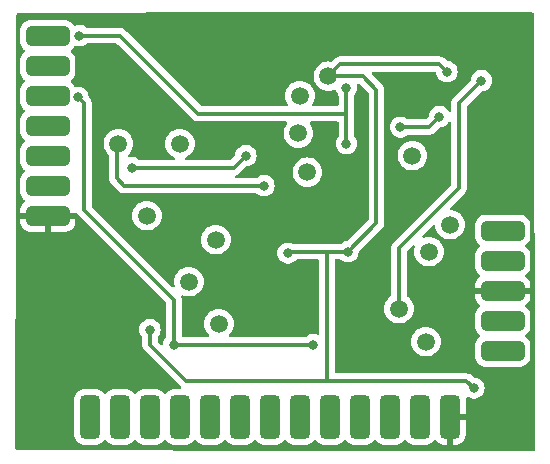
<source format=gbl>
G04 #@! TF.GenerationSoftware,KiCad,Pcbnew,7.0.5-0*
G04 #@! TF.CreationDate,2024-02-05T02:53:32-05:00*
G04 #@! TF.ProjectId,boostlet,626f6f73-746c-4657-942e-6b696361645f,rev?*
G04 #@! TF.SameCoordinates,Original*
G04 #@! TF.FileFunction,Copper,L2,Bot*
G04 #@! TF.FilePolarity,Positive*
%FSLAX46Y46*%
G04 Gerber Fmt 4.6, Leading zero omitted, Abs format (unit mm)*
G04 Created by KiCad (PCBNEW 7.0.5-0) date 2024-02-05 02:53:32*
%MOMM*%
%LPD*%
G01*
G04 APERTURE LIST*
G04 Aperture macros list*
%AMRoundRect*
0 Rectangle with rounded corners*
0 $1 Rounding radius*
0 $2 $3 $4 $5 $6 $7 $8 $9 X,Y pos of 4 corners*
0 Add a 4 corners polygon primitive as box body*
4,1,4,$2,$3,$4,$5,$6,$7,$8,$9,$2,$3,0*
0 Add four circle primitives for the rounded corners*
1,1,$1+$1,$2,$3*
1,1,$1+$1,$4,$5*
1,1,$1+$1,$6,$7*
1,1,$1+$1,$8,$9*
0 Add four rect primitives between the rounded corners*
20,1,$1+$1,$2,$3,$4,$5,0*
20,1,$1+$1,$4,$5,$6,$7,0*
20,1,$1+$1,$6,$7,$8,$9,0*
20,1,$1+$1,$8,$9,$2,$3,0*%
G04 Aperture macros list end*
G04 #@! TA.AperFunction,CastellatedPad*
%ADD10RoundRect,0.425000X0.425000X-1.425000X0.425000X1.425000X-0.425000X1.425000X-0.425000X-1.425000X0*%
G04 #@! TD*
G04 #@! TA.AperFunction,CastellatedPad*
%ADD11RoundRect,0.425000X1.425000X0.425000X-1.425000X0.425000X-1.425000X-0.425000X1.425000X-0.425000X0*%
G04 #@! TD*
G04 #@! TA.AperFunction,CastellatedPad*
%ADD12RoundRect,0.425000X-1.425000X-0.425000X1.425000X-0.425000X1.425000X0.425000X-1.425000X0.425000X0*%
G04 #@! TD*
G04 #@! TA.AperFunction,SMDPad,CuDef*
%ADD13C,1.500000*%
G04 #@! TD*
G04 #@! TA.AperFunction,ViaPad*
%ADD14C,0.800000*%
G04 #@! TD*
G04 #@! TA.AperFunction,Conductor*
%ADD15C,0.304800*%
G04 #@! TD*
G04 APERTURE END LIST*
D10*
G04 #@! TO.P,J1,1,Pin_1*
G04 #@! TO.N,VCC*
X107696000Y-113808000D03*
G04 #@! TO.P,J1,2,Pin_2*
G04 #@! TO.N,unconnected-(J1-Pin_2-Pad2)*
X110236000Y-113808000D03*
G04 #@! TO.P,J1,3,Pin_3*
G04 #@! TO.N,/NEO_IN2*
X112776000Y-113808000D03*
G04 #@! TO.P,J1,4,Pin_4*
G04 #@! TO.N,unconnected-(J1-Pin_4-Pad4)*
X115316000Y-113808000D03*
G04 #@! TO.P,J1,5,Pin_5*
G04 #@! TO.N,/NEO_OUT2*
X117856000Y-113808000D03*
G04 #@! TO.P,J1,6,Pin_6*
G04 #@! TO.N,unconnected-(J1-Pin_6-Pad6)*
X120396000Y-113808000D03*
G04 #@! TO.P,J1,7,Pin_7*
G04 #@! TO.N,/BATT_SIG*
X122936000Y-113808000D03*
G04 #@! TO.P,J1,8,Pin_8*
G04 #@! TO.N,unconnected-(J1-Pin_8-Pad8)*
X125476000Y-113808000D03*
G04 #@! TO.P,J1,9,Pin_9*
G04 #@! TO.N,/NEO_IN1*
X128016000Y-113808000D03*
G04 #@! TO.P,J1,10,Pin_10*
G04 #@! TO.N,unconnected-(J1-Pin_10-Pad10)*
X130556000Y-113808000D03*
G04 #@! TO.P,J1,11,Pin_11*
G04 #@! TO.N,/NEO_OUT1*
X133096000Y-113808000D03*
G04 #@! TO.P,J1,12,Pin_12*
G04 #@! TO.N,unconnected-(J1-Pin_12-Pad12)*
X135636000Y-113808000D03*
G04 #@! TO.P,J1,13,Pin_13*
G04 #@! TO.N,GND*
X138176000Y-113808000D03*
G04 #@! TD*
D11*
G04 #@! TO.P,J3,1,Pin_1*
G04 #@! TO.N,/5V*
X142637000Y-108204000D03*
G04 #@! TO.P,J3,2,Pin_2*
G04 #@! TO.N,unconnected-(J3-Pin_2-Pad2)*
X142637000Y-105664000D03*
G04 #@! TO.P,J3,3,Pin_3*
G04 #@! TO.N,GND*
X142637000Y-103124000D03*
G04 #@! TO.P,J3,4,Pin_4*
G04 #@! TO.N,unconnected-(J3-Pin_4-Pad4)*
X142637000Y-100584000D03*
G04 #@! TO.P,J3,5,Pin_5*
G04 #@! TO.N,/3.3V*
X142637000Y-98044000D03*
G04 #@! TD*
D12*
G04 #@! TO.P,J2,1,Pin_1*
G04 #@! TO.N,/V_BUS*
X104124000Y-81554000D03*
G04 #@! TO.P,J2,2,Pin_2*
G04 #@! TO.N,unconnected-(J2-Pin_2-Pad2)*
X104124000Y-84094000D03*
G04 #@! TO.P,J2,3,Pin_3*
G04 #@! TO.N,VCC*
X104124000Y-86634000D03*
G04 #@! TO.P,J2,4,Pin_4*
G04 #@! TO.N,unconnected-(J2-Pin_4-Pad4)*
X104124000Y-89174000D03*
G04 #@! TO.P,J2,5,Pin_5*
G04 #@! TO.N,/V_BATT*
X104124000Y-91714000D03*
G04 #@! TO.P,J2,6,Pin_6*
G04 #@! TO.N,unconnected-(J2-Pin_6-Pad6)*
X104124000Y-94254000D03*
G04 #@! TO.P,J2,7,Pin_7*
G04 #@! TO.N,GND*
X104124000Y-96794000D03*
G04 #@! TD*
D13*
G04 #@! TO.P,TP4,1,1*
G04 #@! TO.N,Net-(JP1-B)*
X115316000Y-90678000D03*
G04 #@! TD*
G04 #@! TO.P,TP8,1,1*
G04 #@! TO.N,/NEO_IN2*
X118618000Y-105918000D03*
G04 #@! TD*
G04 #@! TO.P,TP9,1,1*
G04 #@! TO.N,VCC*
X116078000Y-102362000D03*
G04 #@! TD*
G04 #@! TO.P,TP16,1,1*
G04 #@! TO.N,/BATT_SIG*
X126111000Y-93091000D03*
G04 #@! TD*
G04 #@! TO.P,TP15,1,1*
G04 #@! TO.N,/5V*
X127889000Y-84963000D03*
G04 #@! TD*
G04 #@! TO.P,TP5,1,1*
G04 #@! TO.N,/NEO_OUT1*
X136398000Y-99822000D03*
G04 #@! TD*
G04 #@! TO.P,TP11,1,1*
G04 #@! TO.N,Net-(JP2-B)*
X135001000Y-91694000D03*
G04 #@! TD*
G04 #@! TO.P,TP2,1,1*
G04 #@! TO.N,VCC*
X133858000Y-104648000D03*
G04 #@! TD*
G04 #@! TO.P,TP14,1,1*
G04 #@! TO.N,Net-(D2-K)*
X125476000Y-86614000D03*
G04 #@! TD*
G04 #@! TO.P,TP6,1,1*
G04 #@! TO.N,Net-(U1-EN)*
X112522000Y-96774000D03*
G04 #@! TD*
G04 #@! TO.P,TP3,1,1*
G04 #@! TO.N,/V_BATT*
X110109000Y-90678000D03*
G04 #@! TD*
G04 #@! TO.P,TP13,1,1*
G04 #@! TO.N,/3.3V*
X138176000Y-97536000D03*
G04 #@! TD*
G04 #@! TO.P,TP1,1,1*
G04 #@! TO.N,/NEO_IN1*
X136144000Y-107442000D03*
G04 #@! TD*
G04 #@! TO.P,TP10,1,1*
G04 #@! TO.N,/NEO_OUT2*
X118364000Y-98806000D03*
G04 #@! TD*
G04 #@! TO.P,TP12,1,1*
G04 #@! TO.N,/V_BOOST*
X125349000Y-89789000D03*
G04 #@! TD*
D14*
G04 #@! TO.N,GND*
X142240000Y-89662000D03*
X137160000Y-91948000D03*
G04 #@! TO.N,/5V*
X137922000Y-84582000D03*
G04 #@! TO.N,GND*
X133350000Y-98171000D03*
G04 #@! TO.N,/5V*
X127889000Y-84963000D03*
G04 #@! TO.N,GND*
X134112000Y-87757000D03*
G04 #@! TO.N,VCC*
X140843000Y-85344000D03*
X106680000Y-86741000D03*
G04 #@! TO.N,/V_BUS*
X129413000Y-85979000D03*
X129413000Y-90678000D03*
X106807000Y-81534000D03*
G04 #@! TO.N,Net-(D2-K)*
X133985000Y-89281000D03*
X137287000Y-88392000D03*
G04 #@! TO.N,/5V*
X129540000Y-99822000D03*
X140208000Y-111379000D03*
X112776000Y-106426000D03*
X124460000Y-99949000D03*
G04 #@! TO.N,/V_BATT*
X122428000Y-94234000D03*
X110109000Y-90678000D03*
G04 #@! TO.N,/V_BOOST*
X125349000Y-89789000D03*
G04 #@! TO.N,Net-(JP1-B)*
X111252000Y-92710000D03*
X120904000Y-91694000D03*
X115316000Y-90678000D03*
G04 #@! TO.N,/3.3V*
X138176000Y-97536000D03*
G04 #@! TO.N,/NEO_OUT1*
X136398000Y-99822000D03*
G04 #@! TO.N,GND*
X121285000Y-82042000D03*
X121158000Y-89662000D03*
X127000000Y-82550000D03*
X116205000Y-84328000D03*
X130429000Y-81788000D03*
X139700000Y-109728000D03*
X123190000Y-91694000D03*
X117309500Y-95973500D03*
X131826000Y-101346000D03*
X113030000Y-99060000D03*
X139700000Y-102616000D03*
G04 #@! TO.N,VCC*
X116078000Y-102362000D03*
X126619000Y-107696000D03*
X114808000Y-107696000D03*
X133858000Y-104648000D03*
G04 #@! TO.N,/NEO_OUT2*
X118364000Y-98806000D03*
G04 #@! TO.N,/BATT_SIG*
X126111000Y-93091000D03*
G04 #@! TO.N,/NEO_IN1*
X136144000Y-107442000D03*
G04 #@! TO.N,/NEO_IN2*
X118618000Y-105918000D03*
G04 #@! TO.N,Net-(D2-K)*
X125476000Y-86614000D03*
G04 #@! TO.N,Net-(JP2-B)*
X135001000Y-91694000D03*
G04 #@! TO.N,Net-(U1-EN)*
X112522000Y-96774000D03*
G04 #@! TD*
D15*
G04 #@! TO.N,/5V*
X131953000Y-86106000D02*
X131953000Y-97409000D01*
X130810000Y-84963000D02*
X131953000Y-86106000D01*
X127889000Y-84963000D02*
X128905000Y-83947000D01*
X128905000Y-83947000D02*
X137287000Y-83947000D01*
X137287000Y-83947000D02*
X137922000Y-84582000D01*
X131953000Y-97409000D02*
X129540000Y-99822000D01*
X127889000Y-84963000D02*
X130810000Y-84963000D01*
G04 #@! TO.N,Net-(D2-K)*
X133985000Y-89281000D02*
X136398000Y-89281000D01*
X136398000Y-89281000D02*
X137287000Y-88392000D01*
G04 #@! TO.N,VCC*
X140843000Y-85344000D02*
X138938000Y-87249000D01*
X138938000Y-87249000D02*
X138938000Y-94448527D01*
X138938000Y-94448527D02*
X133858000Y-99528527D01*
X133858000Y-99528527D02*
X133858000Y-104648000D01*
G04 #@! TO.N,/V_BUS*
X129413000Y-86614000D02*
X129413000Y-88138000D01*
X127889000Y-88138000D02*
X129413000Y-88138000D01*
X129413000Y-88138000D02*
X129413000Y-89662000D01*
G04 #@! TO.N,/5V*
X112776000Y-106426000D02*
X112776000Y-107696000D01*
X112776000Y-107696000D02*
X115824000Y-110744000D01*
X115824000Y-110744000D02*
X127762000Y-110744000D01*
G04 #@! TO.N,VCC*
X106680000Y-86741000D02*
X107188000Y-87249000D01*
X107188000Y-87249000D02*
X107188000Y-96266000D01*
X107188000Y-96266000D02*
X108140500Y-97218500D01*
G04 #@! TO.N,/V_BATT*
X110109000Y-90678000D02*
X109982000Y-90805000D01*
X109982000Y-90805000D02*
X109982000Y-93599000D01*
X109982000Y-93599000D02*
X110617000Y-94234000D01*
X110617000Y-94234000D02*
X122428000Y-94234000D01*
G04 #@! TO.N,VCC*
X108140500Y-97218500D02*
X114808000Y-103886000D01*
G04 #@! TO.N,/V_BUS*
X129413000Y-86614000D02*
X129413000Y-85979000D01*
X106807000Y-81534000D02*
X110236000Y-81534000D01*
X110236000Y-81534000D02*
X116840000Y-88138000D01*
X116840000Y-88138000D02*
X127889000Y-88138000D01*
X129413000Y-89662000D02*
X129413000Y-90678000D01*
G04 #@! TO.N,/5V*
X124460000Y-99949000D02*
X124587000Y-99822000D01*
X124587000Y-99822000D02*
X127762000Y-99822000D01*
X127762000Y-100076000D02*
X127762000Y-99822000D01*
X127762000Y-99822000D02*
X129540000Y-99822000D01*
X139573000Y-110744000D02*
X127762000Y-110744000D01*
X140208000Y-111379000D02*
X139573000Y-110744000D01*
G04 #@! TO.N,VCC*
X126619000Y-107696000D02*
X114808000Y-107696000D01*
X114808000Y-103886000D02*
X114808000Y-107696000D01*
G04 #@! TO.N,/5V*
X127762000Y-110744000D02*
X127762000Y-100076000D01*
G04 #@! TO.N,Net-(JP1-B)*
X120904000Y-91694000D02*
X119888000Y-92710000D01*
X119888000Y-92710000D02*
X111252000Y-92710000D01*
G04 #@! TD*
G04 #@! TA.AperFunction,Conductor*
G04 #@! TO.N,GND*
G36*
X109981237Y-82206585D02*
G01*
X110001879Y-82223219D01*
X116317681Y-88539021D01*
X116327779Y-88551625D01*
X116327963Y-88551474D01*
X116332930Y-88557479D01*
X116384873Y-88606256D01*
X116386272Y-88607612D01*
X116407373Y-88628713D01*
X116413194Y-88633229D01*
X116417636Y-88637022D01*
X116453185Y-88670405D01*
X116453189Y-88670408D01*
X116471875Y-88680680D01*
X116488142Y-88691365D01*
X116505000Y-88704441D01*
X116505005Y-88704445D01*
X116549760Y-88723812D01*
X116555007Y-88726383D01*
X116587952Y-88744494D01*
X116597741Y-88749876D01*
X116617436Y-88754932D01*
X116618411Y-88755183D01*
X116636812Y-88761482D01*
X116656399Y-88769959D01*
X116690200Y-88775311D01*
X116704564Y-88777587D01*
X116710279Y-88778770D01*
X116757520Y-88790900D01*
X116778861Y-88790900D01*
X116798258Y-88792426D01*
X116819329Y-88795764D01*
X116867876Y-88791174D01*
X116873713Y-88790900D01*
X124283096Y-88790900D01*
X124350135Y-88810585D01*
X124395890Y-88863389D01*
X124405834Y-88932547D01*
X124384671Y-88986023D01*
X124261900Y-89161357D01*
X124261898Y-89161361D01*
X124169426Y-89359668D01*
X124169422Y-89359677D01*
X124112793Y-89571020D01*
X124112793Y-89571024D01*
X124093723Y-89788997D01*
X124093723Y-89789002D01*
X124102118Y-89884963D01*
X124108148Y-89953888D01*
X124112793Y-90006975D01*
X124112793Y-90006979D01*
X124169422Y-90218322D01*
X124169424Y-90218326D01*
X124169425Y-90218330D01*
X124183572Y-90248668D01*
X124261897Y-90416638D01*
X124261898Y-90416639D01*
X124387402Y-90595877D01*
X124542123Y-90750598D01*
X124721361Y-90876102D01*
X124919670Y-90968575D01*
X125131023Y-91025207D01*
X125313926Y-91041208D01*
X125348998Y-91044277D01*
X125349000Y-91044277D01*
X125349002Y-91044277D01*
X125377254Y-91041805D01*
X125566977Y-91025207D01*
X125778330Y-90968575D01*
X125976639Y-90876102D01*
X126155877Y-90750598D01*
X126310598Y-90595877D01*
X126436102Y-90416639D01*
X126528575Y-90218330D01*
X126585207Y-90006977D01*
X126604277Y-89789000D01*
X126603402Y-89779002D01*
X126597926Y-89716403D01*
X126585207Y-89571023D01*
X126528575Y-89359670D01*
X126436102Y-89161362D01*
X126436100Y-89161359D01*
X126436099Y-89161357D01*
X126313329Y-88986023D01*
X126291002Y-88919817D01*
X126308012Y-88852050D01*
X126358960Y-88804237D01*
X126414904Y-88790900D01*
X127806520Y-88790900D01*
X128636100Y-88790900D01*
X128703139Y-88810585D01*
X128748894Y-88863389D01*
X128760100Y-88914900D01*
X128760100Y-89579520D01*
X128760099Y-90009743D01*
X128740414Y-90076783D01*
X128728250Y-90092714D01*
X128680468Y-90145782D01*
X128680464Y-90145787D01*
X128585821Y-90309715D01*
X128585818Y-90309722D01*
X128527327Y-90489740D01*
X128527326Y-90489744D01*
X128507540Y-90678000D01*
X128527326Y-90866256D01*
X128527327Y-90866259D01*
X128585818Y-91046277D01*
X128585821Y-91046284D01*
X128680467Y-91210216D01*
X128807128Y-91350888D01*
X128807129Y-91350888D01*
X128960265Y-91462148D01*
X128960270Y-91462151D01*
X129133192Y-91539142D01*
X129133197Y-91539144D01*
X129318354Y-91578500D01*
X129318355Y-91578500D01*
X129507644Y-91578500D01*
X129507646Y-91578500D01*
X129692803Y-91539144D01*
X129865730Y-91462151D01*
X130018871Y-91350888D01*
X130145533Y-91210216D01*
X130240179Y-91046284D01*
X130298674Y-90866256D01*
X130318460Y-90678000D01*
X130298674Y-90489744D01*
X130240179Y-90309716D01*
X130145533Y-90145784D01*
X130145529Y-90145778D01*
X130097750Y-90092714D01*
X130067520Y-90029722D01*
X130065900Y-90009742D01*
X130065900Y-88211435D01*
X130068096Y-88188202D01*
X130069790Y-88179322D01*
X130066021Y-88119420D01*
X130065900Y-88115548D01*
X130065900Y-86647256D01*
X130085585Y-86580217D01*
X130097750Y-86564284D01*
X130145533Y-86511216D01*
X130240179Y-86347284D01*
X130298674Y-86167256D01*
X130318460Y-85979000D01*
X130298674Y-85790744D01*
X130294603Y-85778217D01*
X130292609Y-85708377D01*
X130328689Y-85648544D01*
X130391390Y-85617716D01*
X130412535Y-85615900D01*
X130488198Y-85615900D01*
X130555237Y-85635585D01*
X130575879Y-85652219D01*
X131263780Y-86340120D01*
X131297265Y-86401443D01*
X131300099Y-86427801D01*
X131300100Y-97087197D01*
X131280415Y-97154236D01*
X131263781Y-97174878D01*
X129553479Y-98885181D01*
X129492156Y-98918666D01*
X129465798Y-98921500D01*
X129445354Y-98921500D01*
X129412897Y-98928398D01*
X129260197Y-98960855D01*
X129260192Y-98960857D01*
X129087270Y-99037848D01*
X129087265Y-99037851D01*
X128939213Y-99145418D01*
X128873407Y-99168898D01*
X128866328Y-99169100D01*
X127835435Y-99169100D01*
X127812202Y-99166904D01*
X127803322Y-99165210D01*
X127803320Y-99165210D01*
X127794006Y-99165796D01*
X127743420Y-99168978D01*
X127739548Y-99169100D01*
X124948634Y-99169100D01*
X124898198Y-99158379D01*
X124877384Y-99149112D01*
X124827793Y-99127032D01*
X124739806Y-99087857D01*
X124739802Y-99087855D01*
X124594001Y-99056865D01*
X124554646Y-99048500D01*
X124365354Y-99048500D01*
X124332897Y-99055398D01*
X124180197Y-99087855D01*
X124180192Y-99087857D01*
X124007270Y-99164848D01*
X124007265Y-99164851D01*
X123854129Y-99276111D01*
X123727466Y-99416785D01*
X123632821Y-99580715D01*
X123632818Y-99580722D01*
X123574327Y-99760740D01*
X123574326Y-99760744D01*
X123554540Y-99949000D01*
X123574326Y-100137256D01*
X123574327Y-100137259D01*
X123632818Y-100317277D01*
X123632821Y-100317284D01*
X123727467Y-100481216D01*
X123839957Y-100606148D01*
X123854129Y-100621888D01*
X124007265Y-100733148D01*
X124007270Y-100733151D01*
X124180192Y-100810142D01*
X124180197Y-100810144D01*
X124365354Y-100849500D01*
X124365355Y-100849500D01*
X124554644Y-100849500D01*
X124554646Y-100849500D01*
X124739803Y-100810144D01*
X124912730Y-100733151D01*
X125065871Y-100621888D01*
X125161278Y-100515927D01*
X125220765Y-100479279D01*
X125253428Y-100474900D01*
X126985100Y-100474900D01*
X127052139Y-100494585D01*
X127097894Y-100547389D01*
X127109100Y-100598900D01*
X127109099Y-106737543D01*
X127089414Y-106804582D01*
X127036610Y-106850337D01*
X126967452Y-106860281D01*
X126934664Y-106850822D01*
X126920794Y-106844647D01*
X126898802Y-106834855D01*
X126753000Y-106803865D01*
X126713646Y-106795500D01*
X126524354Y-106795500D01*
X126491897Y-106802398D01*
X126339197Y-106834855D01*
X126339192Y-106834857D01*
X126166270Y-106911848D01*
X126166265Y-106911851D01*
X126018213Y-107019418D01*
X125952407Y-107042898D01*
X125945328Y-107043100D01*
X119560737Y-107043100D01*
X119493698Y-107023415D01*
X119447943Y-106970611D01*
X119437999Y-106901453D01*
X119467024Y-106837897D01*
X119473056Y-106831419D01*
X119510198Y-106794277D01*
X119579598Y-106724877D01*
X119705102Y-106545639D01*
X119797575Y-106347330D01*
X119854207Y-106135977D01*
X119873277Y-105918000D01*
X119871158Y-105893784D01*
X119865366Y-105827573D01*
X119854207Y-105700023D01*
X119797575Y-105488670D01*
X119705102Y-105290362D01*
X119705100Y-105290359D01*
X119705099Y-105290357D01*
X119579599Y-105111124D01*
X119545797Y-105077322D01*
X119424877Y-104956402D01*
X119245639Y-104830898D01*
X119245640Y-104830898D01*
X119245638Y-104830897D01*
X119146484Y-104784661D01*
X119047330Y-104738425D01*
X119047326Y-104738424D01*
X119047322Y-104738422D01*
X118835977Y-104681793D01*
X118618002Y-104662723D01*
X118617998Y-104662723D01*
X118472681Y-104675436D01*
X118400023Y-104681793D01*
X118400020Y-104681793D01*
X118188677Y-104738422D01*
X118188668Y-104738426D01*
X117990361Y-104830898D01*
X117990357Y-104830900D01*
X117811121Y-104956402D01*
X117656402Y-105111121D01*
X117530900Y-105290357D01*
X117530898Y-105290361D01*
X117438426Y-105488668D01*
X117438422Y-105488677D01*
X117381793Y-105700020D01*
X117381793Y-105700024D01*
X117362723Y-105917997D01*
X117362723Y-105918002D01*
X117381793Y-106135975D01*
X117381793Y-106135979D01*
X117438422Y-106347322D01*
X117438424Y-106347326D01*
X117438425Y-106347330D01*
X117484661Y-106446484D01*
X117530897Y-106545638D01*
X117530898Y-106545639D01*
X117656402Y-106724877D01*
X117656406Y-106724881D01*
X117762944Y-106831419D01*
X117796429Y-106892742D01*
X117791445Y-106962434D01*
X117749573Y-107018367D01*
X117684109Y-107042784D01*
X117675263Y-107043100D01*
X115584900Y-107043100D01*
X115517861Y-107023415D01*
X115472106Y-106970611D01*
X115460900Y-106919100D01*
X115460900Y-103971765D01*
X115462671Y-103955716D01*
X115462434Y-103955694D01*
X115463168Y-103947931D01*
X115460931Y-103876722D01*
X115460900Y-103874775D01*
X115460900Y-103844929D01*
X115460899Y-103844921D01*
X115459977Y-103837618D01*
X115459518Y-103831790D01*
X115457987Y-103783054D01*
X115457987Y-103783052D01*
X115452030Y-103762549D01*
X115448087Y-103743502D01*
X115445414Y-103722341D01*
X115445413Y-103722338D01*
X115431184Y-103686400D01*
X115427463Y-103677004D01*
X115425573Y-103671483D01*
X115423222Y-103663389D01*
X115423418Y-103593522D01*
X115461358Y-103534850D01*
X115524995Y-103506004D01*
X115594125Y-103516142D01*
X115594615Y-103516368D01*
X115648670Y-103541575D01*
X115860023Y-103598207D01*
X116037457Y-103613730D01*
X116077998Y-103617277D01*
X116078000Y-103617277D01*
X116078002Y-103617277D01*
X116106254Y-103614805D01*
X116295977Y-103598207D01*
X116507330Y-103541575D01*
X116705639Y-103449102D01*
X116884877Y-103323598D01*
X117039598Y-103168877D01*
X117165102Y-102989639D01*
X117257575Y-102791330D01*
X117314207Y-102579977D01*
X117333277Y-102362000D01*
X117314207Y-102144023D01*
X117257575Y-101932670D01*
X117165102Y-101734362D01*
X117165100Y-101734359D01*
X117165099Y-101734357D01*
X117039599Y-101555124D01*
X117000313Y-101515838D01*
X116884877Y-101400402D01*
X116705639Y-101274898D01*
X116705640Y-101274898D01*
X116705638Y-101274897D01*
X116606484Y-101228661D01*
X116507330Y-101182425D01*
X116507326Y-101182424D01*
X116507322Y-101182422D01*
X116295977Y-101125793D01*
X116078002Y-101106723D01*
X116077998Y-101106723D01*
X115932682Y-101119436D01*
X115860023Y-101125793D01*
X115860020Y-101125793D01*
X115648677Y-101182422D01*
X115648668Y-101182426D01*
X115450361Y-101274898D01*
X115450357Y-101274900D01*
X115271121Y-101400402D01*
X115116402Y-101555121D01*
X114990900Y-101734357D01*
X114990898Y-101734361D01*
X114898426Y-101932668D01*
X114898422Y-101932677D01*
X114841793Y-102144020D01*
X114841793Y-102144024D01*
X114822723Y-102361997D01*
X114822723Y-102362002D01*
X114841793Y-102579975D01*
X114841793Y-102579979D01*
X114874459Y-102701889D01*
X114872796Y-102771739D01*
X114833633Y-102829601D01*
X114769405Y-102857105D01*
X114700503Y-102845518D01*
X114667003Y-102821663D01*
X110651342Y-98806002D01*
X117108723Y-98806002D01*
X117115650Y-98885181D01*
X117127085Y-99015889D01*
X117127793Y-99023975D01*
X117127793Y-99023979D01*
X117184422Y-99235322D01*
X117184424Y-99235326D01*
X117184425Y-99235330D01*
X117224740Y-99321786D01*
X117276897Y-99433638D01*
X117276898Y-99433639D01*
X117402402Y-99612877D01*
X117557123Y-99767598D01*
X117736361Y-99893102D01*
X117934670Y-99985575D01*
X118146023Y-100042207D01*
X118328926Y-100058208D01*
X118363998Y-100061277D01*
X118364000Y-100061277D01*
X118364002Y-100061277D01*
X118392254Y-100058805D01*
X118581977Y-100042207D01*
X118793330Y-99985575D01*
X118991639Y-99893102D01*
X119170877Y-99767598D01*
X119325598Y-99612877D01*
X119451102Y-99433639D01*
X119543575Y-99235330D01*
X119600207Y-99023977D01*
X119619277Y-98806000D01*
X119618970Y-98802496D01*
X119615569Y-98763618D01*
X119600207Y-98588023D01*
X119543575Y-98376670D01*
X119451102Y-98178362D01*
X119451100Y-98178359D01*
X119451099Y-98178357D01*
X119325599Y-97999124D01*
X119257797Y-97931322D01*
X119170877Y-97844402D01*
X119015482Y-97735593D01*
X118991638Y-97718897D01*
X118877905Y-97665863D01*
X118793330Y-97626425D01*
X118793326Y-97626424D01*
X118793322Y-97626422D01*
X118581977Y-97569793D01*
X118364002Y-97550723D01*
X118363998Y-97550723D01*
X118252371Y-97560489D01*
X118146023Y-97569793D01*
X118146020Y-97569793D01*
X117934677Y-97626422D01*
X117934668Y-97626426D01*
X117736361Y-97718898D01*
X117736357Y-97718900D01*
X117557121Y-97844402D01*
X117402402Y-97999121D01*
X117276900Y-98178357D01*
X117276898Y-98178361D01*
X117184426Y-98376668D01*
X117184422Y-98376677D01*
X117127793Y-98588020D01*
X117127793Y-98588024D01*
X117108723Y-98805997D01*
X117108723Y-98806002D01*
X110651342Y-98806002D01*
X108619342Y-96774002D01*
X111266723Y-96774002D01*
X111285793Y-96991975D01*
X111285793Y-96991979D01*
X111342422Y-97203322D01*
X111342424Y-97203326D01*
X111342425Y-97203330D01*
X111349710Y-97218952D01*
X111434897Y-97401638D01*
X111434898Y-97401639D01*
X111560402Y-97580877D01*
X111715123Y-97735598D01*
X111894361Y-97861102D01*
X112092670Y-97953575D01*
X112304023Y-98010207D01*
X112486926Y-98026208D01*
X112521998Y-98029277D01*
X112522000Y-98029277D01*
X112522002Y-98029277D01*
X112550254Y-98026805D01*
X112739977Y-98010207D01*
X112951330Y-97953575D01*
X113149639Y-97861102D01*
X113328877Y-97735598D01*
X113483598Y-97580877D01*
X113609102Y-97401639D01*
X113701575Y-97203330D01*
X113758207Y-96991977D01*
X113777277Y-96774000D01*
X113758207Y-96556023D01*
X113701575Y-96344670D01*
X113609102Y-96146362D01*
X113609100Y-96146359D01*
X113609099Y-96146357D01*
X113483599Y-95967124D01*
X113460673Y-95944198D01*
X113328877Y-95812402D01*
X113184524Y-95711325D01*
X113149638Y-95686897D01*
X113050484Y-95640661D01*
X112951330Y-95594425D01*
X112951326Y-95594424D01*
X112951322Y-95594422D01*
X112739977Y-95537793D01*
X112522002Y-95518723D01*
X112521998Y-95518723D01*
X112376682Y-95531436D01*
X112304023Y-95537793D01*
X112304020Y-95537793D01*
X112092677Y-95594422D01*
X112092668Y-95594426D01*
X111894361Y-95686898D01*
X111894357Y-95686900D01*
X111715121Y-95812402D01*
X111560402Y-95967121D01*
X111434900Y-96146357D01*
X111434898Y-96146361D01*
X111342426Y-96344668D01*
X111342422Y-96344677D01*
X111285793Y-96556020D01*
X111285793Y-96556024D01*
X111266723Y-96773997D01*
X111266723Y-96774002D01*
X108619342Y-96774002D01*
X107877219Y-96031879D01*
X107843734Y-95970556D01*
X107840900Y-95944198D01*
X107840900Y-90678002D01*
X108853723Y-90678002D01*
X108860074Y-90750593D01*
X108872018Y-90887124D01*
X108872793Y-90895975D01*
X108872793Y-90895979D01*
X108929422Y-91107322D01*
X108929424Y-91107326D01*
X108929425Y-91107330D01*
X108954818Y-91161785D01*
X109021897Y-91305638D01*
X109021898Y-91305639D01*
X109147402Y-91484877D01*
X109147406Y-91484881D01*
X109292781Y-91630256D01*
X109326266Y-91691579D01*
X109329100Y-91717937D01*
X109329100Y-93513232D01*
X109327328Y-93529279D01*
X109327566Y-93529302D01*
X109326831Y-93537068D01*
X109329069Y-93608277D01*
X109329100Y-93610224D01*
X109329100Y-93640076D01*
X109330022Y-93647384D01*
X109330480Y-93653203D01*
X109332012Y-93701945D01*
X109332013Y-93701951D01*
X109337965Y-93722438D01*
X109341910Y-93741483D01*
X109344585Y-93762657D01*
X109344588Y-93762668D01*
X109362538Y-93808005D01*
X109364430Y-93813532D01*
X109378033Y-93860355D01*
X109378035Y-93860360D01*
X109388900Y-93878731D01*
X109397457Y-93896199D01*
X109398123Y-93897881D01*
X109405311Y-93916035D01*
X109405314Y-93916041D01*
X109433973Y-93955486D01*
X109437182Y-93960370D01*
X109462009Y-94002350D01*
X109477094Y-94017434D01*
X109489734Y-94032233D01*
X109502273Y-94049492D01*
X109502275Y-94049494D01*
X109539852Y-94080581D01*
X109544175Y-94084515D01*
X110094681Y-94635021D01*
X110104779Y-94647625D01*
X110104963Y-94647474D01*
X110109930Y-94653479D01*
X110161873Y-94702256D01*
X110163272Y-94703612D01*
X110184374Y-94724714D01*
X110190195Y-94729230D01*
X110194636Y-94733023D01*
X110206095Y-94743783D01*
X110230185Y-94766405D01*
X110248890Y-94776688D01*
X110265141Y-94787363D01*
X110282006Y-94800445D01*
X110319461Y-94816653D01*
X110326759Y-94819811D01*
X110331996Y-94822376D01*
X110355577Y-94835340D01*
X110374738Y-94845875D01*
X110374740Y-94845875D01*
X110374741Y-94845876D01*
X110385936Y-94848750D01*
X110395407Y-94851182D01*
X110413819Y-94857485D01*
X110433399Y-94865959D01*
X110464467Y-94870879D01*
X110481564Y-94873587D01*
X110487279Y-94874770D01*
X110534520Y-94886900D01*
X110555861Y-94886900D01*
X110575258Y-94888426D01*
X110596327Y-94891763D01*
X110596328Y-94891764D01*
X110596328Y-94891763D01*
X110596329Y-94891764D01*
X110644880Y-94887174D01*
X110650716Y-94886900D01*
X121754328Y-94886900D01*
X121821367Y-94906585D01*
X121827213Y-94910582D01*
X121975265Y-95018148D01*
X121975270Y-95018151D01*
X122148192Y-95095142D01*
X122148197Y-95095144D01*
X122333354Y-95134500D01*
X122333355Y-95134500D01*
X122522644Y-95134500D01*
X122522646Y-95134500D01*
X122707803Y-95095144D01*
X122880730Y-95018151D01*
X123033871Y-94906888D01*
X123160533Y-94766216D01*
X123255179Y-94602284D01*
X123313674Y-94422256D01*
X123333460Y-94234000D01*
X123313674Y-94045744D01*
X123255179Y-93865716D01*
X123160533Y-93701784D01*
X123033871Y-93561112D01*
X123000779Y-93537069D01*
X122880734Y-93449851D01*
X122880729Y-93449848D01*
X122707807Y-93372857D01*
X122707802Y-93372855D01*
X122547237Y-93338727D01*
X122522646Y-93333500D01*
X122333354Y-93333500D01*
X122308763Y-93338727D01*
X122148197Y-93372855D01*
X122148192Y-93372857D01*
X121975270Y-93449848D01*
X121975265Y-93449851D01*
X121827213Y-93557418D01*
X121761407Y-93580898D01*
X121754328Y-93581100D01*
X120111467Y-93581100D01*
X120044428Y-93561415D01*
X119998673Y-93508611D01*
X119988729Y-93439453D01*
X120017754Y-93375897D01*
X120065817Y-93341808D01*
X120097000Y-93329461D01*
X120102528Y-93327570D01*
X120121146Y-93322161D01*
X120149359Y-93313965D01*
X120167730Y-93303100D01*
X120185196Y-93294543D01*
X120205037Y-93286688D01*
X120244497Y-93258016D01*
X120249363Y-93254820D01*
X120291348Y-93229992D01*
X120306443Y-93214895D01*
X120321224Y-93202272D01*
X120338493Y-93189726D01*
X120369587Y-93152138D01*
X120373489Y-93147849D01*
X120430336Y-93091002D01*
X124855723Y-93091002D01*
X124860876Y-93149899D01*
X124873844Y-93298134D01*
X124874793Y-93308975D01*
X124874793Y-93308979D01*
X124931422Y-93520322D01*
X124931424Y-93520326D01*
X124931425Y-93520330D01*
X124959763Y-93581100D01*
X125023897Y-93718638D01*
X125048998Y-93754486D01*
X125149402Y-93897877D01*
X125304123Y-94052598D01*
X125483361Y-94178102D01*
X125681670Y-94270575D01*
X125893023Y-94327207D01*
X126075926Y-94343208D01*
X126110998Y-94346277D01*
X126111000Y-94346277D01*
X126111002Y-94346277D01*
X126139254Y-94343805D01*
X126328977Y-94327207D01*
X126540330Y-94270575D01*
X126738639Y-94178102D01*
X126917877Y-94052598D01*
X127072598Y-93897877D01*
X127198102Y-93718639D01*
X127290575Y-93520330D01*
X127347207Y-93308977D01*
X127366277Y-93091000D01*
X127365346Y-93080364D01*
X127356916Y-92984000D01*
X127347207Y-92873023D01*
X127290575Y-92661670D01*
X127198102Y-92463362D01*
X127198100Y-92463359D01*
X127198099Y-92463357D01*
X127072599Y-92284124D01*
X127014689Y-92226214D01*
X126917877Y-92129402D01*
X126779978Y-92032844D01*
X126738638Y-92003897D01*
X126588922Y-91934084D01*
X126540330Y-91911425D01*
X126540326Y-91911424D01*
X126540322Y-91911422D01*
X126328977Y-91854793D01*
X126111002Y-91835723D01*
X126110998Y-91835723D01*
X125965682Y-91848436D01*
X125893023Y-91854793D01*
X125893020Y-91854793D01*
X125681677Y-91911422D01*
X125681668Y-91911426D01*
X125483361Y-92003898D01*
X125483357Y-92003900D01*
X125304121Y-92129402D01*
X125149402Y-92284121D01*
X125023900Y-92463357D01*
X125023898Y-92463361D01*
X124931426Y-92661668D01*
X124931422Y-92661677D01*
X124874793Y-92873020D01*
X124874793Y-92873024D01*
X124855723Y-93090997D01*
X124855723Y-93091002D01*
X120430336Y-93091002D01*
X120890520Y-92630819D01*
X120951844Y-92597334D01*
X120978202Y-92594500D01*
X120998644Y-92594500D01*
X120998646Y-92594500D01*
X121183803Y-92555144D01*
X121356730Y-92478151D01*
X121509871Y-92366888D01*
X121636533Y-92226216D01*
X121731179Y-92062284D01*
X121789674Y-91882256D01*
X121809460Y-91694000D01*
X121789674Y-91505744D01*
X121731179Y-91325716D01*
X121636533Y-91161784D01*
X121509871Y-91021112D01*
X121509870Y-91021111D01*
X121356734Y-90909851D01*
X121356729Y-90909848D01*
X121183807Y-90832857D01*
X121183802Y-90832855D01*
X121023237Y-90798727D01*
X120998646Y-90793500D01*
X120809354Y-90793500D01*
X120784763Y-90798727D01*
X120624197Y-90832855D01*
X120624192Y-90832857D01*
X120451270Y-90909848D01*
X120451265Y-90909851D01*
X120298129Y-91021111D01*
X120171466Y-91161785D01*
X120076821Y-91325715D01*
X120076818Y-91325722D01*
X120018327Y-91505739D01*
X120018327Y-91505740D01*
X120018326Y-91505744D01*
X120010679Y-91578500D01*
X120005229Y-91630351D01*
X119978644Y-91694965D01*
X119969589Y-91705069D01*
X119653877Y-92020782D01*
X119592556Y-92054266D01*
X119566198Y-92057100D01*
X115876775Y-92057100D01*
X115809736Y-92037415D01*
X115763981Y-91984611D01*
X115754037Y-91915453D01*
X115783062Y-91851897D01*
X115824370Y-91820718D01*
X115848427Y-91809500D01*
X115943639Y-91765102D01*
X116122877Y-91639598D01*
X116277598Y-91484877D01*
X116403102Y-91305639D01*
X116495575Y-91107330D01*
X116552207Y-90895977D01*
X116571277Y-90678000D01*
X116552207Y-90460023D01*
X116495575Y-90248670D01*
X116403102Y-90050362D01*
X116403100Y-90050359D01*
X116403099Y-90050357D01*
X116277599Y-89871124D01*
X116207467Y-89800992D01*
X116122877Y-89716402D01*
X115943639Y-89590898D01*
X115943640Y-89590898D01*
X115943638Y-89590897D01*
X115844484Y-89544661D01*
X115745330Y-89498425D01*
X115745326Y-89498424D01*
X115745322Y-89498422D01*
X115533977Y-89441793D01*
X115316002Y-89422723D01*
X115315998Y-89422723D01*
X115170682Y-89435436D01*
X115098023Y-89441793D01*
X115098020Y-89441793D01*
X114886677Y-89498422D01*
X114886668Y-89498426D01*
X114688361Y-89590898D01*
X114688357Y-89590900D01*
X114509121Y-89716402D01*
X114354402Y-89871121D01*
X114228900Y-90050357D01*
X114228898Y-90050361D01*
X114136426Y-90248668D01*
X114136422Y-90248677D01*
X114079793Y-90460020D01*
X114079793Y-90460024D01*
X114060723Y-90677997D01*
X114060723Y-90678002D01*
X114067074Y-90750593D01*
X114079018Y-90887124D01*
X114079793Y-90895975D01*
X114079793Y-90895979D01*
X114136422Y-91107322D01*
X114136424Y-91107326D01*
X114136425Y-91107330D01*
X114161818Y-91161785D01*
X114228897Y-91305638D01*
X114228898Y-91305639D01*
X114354402Y-91484877D01*
X114509123Y-91639598D01*
X114688360Y-91765101D01*
X114688361Y-91765102D01*
X114807630Y-91820718D01*
X114860069Y-91866890D01*
X114879221Y-91934084D01*
X114859005Y-92000965D01*
X114805840Y-92046300D01*
X114755225Y-92057100D01*
X111925672Y-92057100D01*
X111858633Y-92037415D01*
X111852787Y-92033418D01*
X111704734Y-91925851D01*
X111704729Y-91925848D01*
X111531807Y-91848857D01*
X111531802Y-91848855D01*
X111360962Y-91812543D01*
X111346646Y-91809500D01*
X111157354Y-91809500D01*
X111157352Y-91809500D01*
X111044397Y-91833509D01*
X110974730Y-91828193D01*
X110918997Y-91786055D01*
X110894892Y-91720475D01*
X110910069Y-91652274D01*
X110930929Y-91624545D01*
X111070598Y-91484877D01*
X111196102Y-91305639D01*
X111288575Y-91107330D01*
X111345207Y-90895977D01*
X111364277Y-90678000D01*
X111345207Y-90460023D01*
X111288575Y-90248670D01*
X111196102Y-90050362D01*
X111196100Y-90050359D01*
X111196099Y-90050357D01*
X111070599Y-89871124D01*
X111000467Y-89800992D01*
X110915877Y-89716402D01*
X110736639Y-89590898D01*
X110736640Y-89590898D01*
X110736638Y-89590897D01*
X110637484Y-89544661D01*
X110538330Y-89498425D01*
X110538326Y-89498424D01*
X110538322Y-89498422D01*
X110326977Y-89441793D01*
X110109002Y-89422723D01*
X110108998Y-89422723D01*
X109963682Y-89435436D01*
X109891023Y-89441793D01*
X109891020Y-89441793D01*
X109679677Y-89498422D01*
X109679668Y-89498426D01*
X109481361Y-89590898D01*
X109481357Y-89590900D01*
X109302121Y-89716402D01*
X109147402Y-89871121D01*
X109021900Y-90050357D01*
X109021898Y-90050361D01*
X108929426Y-90248668D01*
X108929422Y-90248677D01*
X108872793Y-90460020D01*
X108872793Y-90460024D01*
X108853723Y-90677997D01*
X108853723Y-90678002D01*
X107840900Y-90678002D01*
X107840900Y-87334765D01*
X107842671Y-87318716D01*
X107842434Y-87318694D01*
X107843168Y-87310932D01*
X107840931Y-87239735D01*
X107840900Y-87237787D01*
X107840900Y-87207931D01*
X107840900Y-87207925D01*
X107839974Y-87200598D01*
X107839517Y-87194790D01*
X107839299Y-87187861D01*
X107837986Y-87146052D01*
X107832035Y-87125569D01*
X107828087Y-87106507D01*
X107825414Y-87085340D01*
X107807457Y-87039989D01*
X107805570Y-87034477D01*
X107791964Y-86987641D01*
X107781098Y-86969267D01*
X107772542Y-86951802D01*
X107764688Y-86931963D01*
X107736023Y-86892509D01*
X107732816Y-86887626D01*
X107707994Y-86845655D01*
X107707993Y-86845654D01*
X107707992Y-86845652D01*
X107692906Y-86830566D01*
X107680271Y-86815774D01*
X107667726Y-86798507D01*
X107667723Y-86798505D01*
X107667723Y-86798504D01*
X107667722Y-86798503D01*
X107630151Y-86767422D01*
X107625839Y-86763499D01*
X107614410Y-86752070D01*
X107580925Y-86690747D01*
X107578770Y-86677351D01*
X107575607Y-86647256D01*
X107565674Y-86552744D01*
X107507179Y-86372716D01*
X107412533Y-86208784D01*
X107285871Y-86068112D01*
X107285870Y-86068111D01*
X107132734Y-85956851D01*
X107132729Y-85956848D01*
X106959807Y-85879857D01*
X106959802Y-85879855D01*
X106794123Y-85844640D01*
X106774646Y-85840500D01*
X106585354Y-85840500D01*
X106585353Y-85840500D01*
X106511136Y-85856274D01*
X106441469Y-85850956D01*
X106385736Y-85808819D01*
X106374872Y-85791277D01*
X106374600Y-85790744D01*
X106351101Y-85744623D01*
X106329467Y-85702162D01*
X106291683Y-85655503D01*
X106207032Y-85550968D01*
X106095145Y-85460364D01*
X106055436Y-85402879D01*
X106053108Y-85333048D01*
X106088903Y-85273044D01*
X106095133Y-85267646D01*
X106207032Y-85177032D01*
X106329465Y-85025840D01*
X106417788Y-84852496D01*
X106468141Y-84664578D01*
X106474500Y-84583778D01*
X106474500Y-83604222D01*
X106468141Y-83523422D01*
X106417788Y-83335504D01*
X106329465Y-83162160D01*
X106207032Y-83010968D01*
X106095145Y-82920364D01*
X106055436Y-82862879D01*
X106053108Y-82793048D01*
X106088903Y-82733044D01*
X106095133Y-82727646D01*
X106207032Y-82637032D01*
X106329465Y-82485840D01*
X106350271Y-82445004D01*
X106398245Y-82394208D01*
X106466066Y-82377412D01*
X106511193Y-82388019D01*
X106522690Y-82393137D01*
X106527197Y-82395144D01*
X106712354Y-82434500D01*
X106712355Y-82434500D01*
X106901644Y-82434500D01*
X106901646Y-82434500D01*
X107086803Y-82395144D01*
X107259730Y-82318151D01*
X107297638Y-82290609D01*
X107407787Y-82210582D01*
X107473593Y-82187102D01*
X107480672Y-82186900D01*
X109914198Y-82186900D01*
X109981237Y-82206585D01*
G37*
G04 #@! TD.AperFunction*
G04 #@! TA.AperFunction,Conductor*
G36*
X145231681Y-79585685D02*
G01*
X145277436Y-79638489D01*
X145288640Y-79689574D01*
X145414500Y-116566480D01*
X145414500Y-116588500D01*
X145394815Y-116655539D01*
X145342011Y-116701294D01*
X145290500Y-116712500D01*
X145241500Y-116712500D01*
X128157426Y-116663266D01*
X101470143Y-116586357D01*
X101403160Y-116566480D01*
X101357558Y-116513544D01*
X101346500Y-116462358D01*
X101346500Y-116440499D01*
X101421059Y-94743783D01*
X101773500Y-94743783D01*
X101779858Y-94824574D01*
X101779858Y-94824577D01*
X101779859Y-94824578D01*
X101830212Y-95012496D01*
X101918535Y-95185840D01*
X102040968Y-95337032D01*
X102153249Y-95427956D01*
X102192960Y-95485442D01*
X102195288Y-95555273D01*
X102159492Y-95615277D01*
X102153250Y-95620686D01*
X102041324Y-95711323D01*
X101918957Y-95862432D01*
X101830682Y-96035684D01*
X101780355Y-96223502D01*
X101774000Y-96304256D01*
X101774000Y-96544000D01*
X102690314Y-96544000D01*
X102664507Y-96584156D01*
X102624000Y-96722111D01*
X102624000Y-96865889D01*
X102664507Y-97003844D01*
X102690314Y-97044000D01*
X101774000Y-97044000D01*
X101774000Y-97283743D01*
X101780355Y-97364497D01*
X101830682Y-97552315D01*
X101918957Y-97725567D01*
X102041324Y-97876675D01*
X102192432Y-97999042D01*
X102365684Y-98087317D01*
X102553502Y-98137644D01*
X102634256Y-98143999D01*
X102634270Y-98144000D01*
X103874000Y-98144000D01*
X103874000Y-97044000D01*
X104374000Y-97044000D01*
X104374000Y-98144000D01*
X105613730Y-98144000D01*
X105613743Y-98143999D01*
X105694497Y-98137644D01*
X105882315Y-98087317D01*
X106055567Y-97999042D01*
X106206675Y-97876675D01*
X106329042Y-97725567D01*
X106417317Y-97552315D01*
X106467644Y-97364497D01*
X106473999Y-97283743D01*
X106474000Y-97283730D01*
X106474000Y-97044000D01*
X104374000Y-97044000D01*
X103874000Y-97044000D01*
X103557686Y-97044000D01*
X103583493Y-97003844D01*
X103624000Y-96865889D01*
X103624000Y-96722111D01*
X103583493Y-96584156D01*
X103557686Y-96544000D01*
X106519769Y-96544000D01*
X106586808Y-96563685D01*
X106620088Y-96595116D01*
X106639974Y-96622487D01*
X106643182Y-96627371D01*
X106668009Y-96669350D01*
X106683094Y-96684434D01*
X106695731Y-96699230D01*
X106700022Y-96705136D01*
X106708274Y-96716494D01*
X106745852Y-96747581D01*
X106750163Y-96751503D01*
X107201983Y-97203322D01*
X107603066Y-97604405D01*
X107603067Y-97604407D01*
X114118781Y-104120121D01*
X114152266Y-104181444D01*
X114155100Y-104207802D01*
X114155100Y-107027742D01*
X114135415Y-107094781D01*
X114123250Y-107110714D01*
X114075470Y-107163778D01*
X114075465Y-107163785D01*
X113980821Y-107327715D01*
X113980818Y-107327722D01*
X113922327Y-107507740D01*
X113922326Y-107507744D01*
X113913976Y-107587185D01*
X113910388Y-107621327D01*
X113883803Y-107685942D01*
X113826505Y-107725926D01*
X113756686Y-107728586D01*
X113699386Y-107696046D01*
X113465219Y-107461879D01*
X113431734Y-107400556D01*
X113428900Y-107374198D01*
X113428900Y-107094256D01*
X113448585Y-107027217D01*
X113460750Y-107011284D01*
X113472229Y-106998535D01*
X113508533Y-106958216D01*
X113603179Y-106794284D01*
X113661674Y-106614256D01*
X113681460Y-106426000D01*
X113661674Y-106237744D01*
X113603179Y-106057716D01*
X113508533Y-105893784D01*
X113381871Y-105753112D01*
X113381870Y-105753111D01*
X113228734Y-105641851D01*
X113228729Y-105641848D01*
X113055807Y-105564857D01*
X113055802Y-105564855D01*
X112910000Y-105533865D01*
X112870646Y-105525500D01*
X112681354Y-105525500D01*
X112648897Y-105532398D01*
X112496197Y-105564855D01*
X112496192Y-105564857D01*
X112323270Y-105641848D01*
X112323265Y-105641851D01*
X112170129Y-105753111D01*
X112043466Y-105893785D01*
X111948821Y-106057715D01*
X111948818Y-106057722D01*
X111890327Y-106237740D01*
X111890326Y-106237744D01*
X111870540Y-106426000D01*
X111890326Y-106614256D01*
X111890327Y-106614259D01*
X111948818Y-106794277D01*
X111948821Y-106794284D01*
X112043467Y-106958216D01*
X112079771Y-106998535D01*
X112091250Y-107011284D01*
X112121479Y-107074276D01*
X112123099Y-107094256D01*
X112123100Y-107610232D01*
X112121328Y-107626279D01*
X112121566Y-107626302D01*
X112120831Y-107634068D01*
X112123069Y-107705277D01*
X112123100Y-107707224D01*
X112123100Y-107737076D01*
X112124022Y-107744384D01*
X112124480Y-107750203D01*
X112126012Y-107798945D01*
X112126013Y-107798951D01*
X112131965Y-107819438D01*
X112135910Y-107838483D01*
X112138585Y-107859657D01*
X112138588Y-107859668D01*
X112156538Y-107905005D01*
X112158430Y-107910532D01*
X112172033Y-107957355D01*
X112172035Y-107957360D01*
X112182900Y-107975731D01*
X112191458Y-107993201D01*
X112199311Y-108013035D01*
X112199314Y-108013041D01*
X112227973Y-108052486D01*
X112231182Y-108057370D01*
X112256009Y-108099350D01*
X112271094Y-108114434D01*
X112283734Y-108129233D01*
X112296274Y-108146494D01*
X112333852Y-108177581D01*
X112338175Y-108181515D01*
X115301681Y-111145021D01*
X115311779Y-111157625D01*
X115311963Y-111157474D01*
X115316930Y-111163479D01*
X115368873Y-111212256D01*
X115370272Y-111213612D01*
X115391374Y-111234714D01*
X115392411Y-111235518D01*
X115392630Y-111235822D01*
X115394300Y-111237294D01*
X115393966Y-111237672D01*
X115433320Y-111292159D01*
X115437112Y-111361926D01*
X115402583Y-111422668D01*
X115340697Y-111455099D01*
X115316414Y-111457500D01*
X114826216Y-111457500D01*
X114745425Y-111463858D01*
X114557504Y-111514212D01*
X114384161Y-111602534D01*
X114232968Y-111724968D01*
X114142366Y-111836852D01*
X114084879Y-111876563D01*
X114015048Y-111878891D01*
X113955044Y-111843095D01*
X113949634Y-111836852D01*
X113947405Y-111834100D01*
X113859032Y-111724968D01*
X113707840Y-111602535D01*
X113534496Y-111514212D01*
X113346578Y-111463859D01*
X113346577Y-111463858D01*
X113346574Y-111463858D01*
X113265783Y-111457500D01*
X113265778Y-111457500D01*
X112286222Y-111457500D01*
X112286216Y-111457500D01*
X112205425Y-111463858D01*
X112017504Y-111514212D01*
X111844161Y-111602534D01*
X111692968Y-111724968D01*
X111602366Y-111836852D01*
X111544879Y-111876563D01*
X111475048Y-111878891D01*
X111415044Y-111843095D01*
X111409634Y-111836852D01*
X111407405Y-111834100D01*
X111319032Y-111724968D01*
X111167840Y-111602535D01*
X110994496Y-111514212D01*
X110806578Y-111463859D01*
X110806577Y-111463858D01*
X110806574Y-111463858D01*
X110725783Y-111457500D01*
X110725778Y-111457500D01*
X109746222Y-111457500D01*
X109746216Y-111457500D01*
X109665425Y-111463858D01*
X109477504Y-111514212D01*
X109304161Y-111602534D01*
X109152968Y-111724968D01*
X109062366Y-111836852D01*
X109004879Y-111876563D01*
X108935048Y-111878891D01*
X108875044Y-111843095D01*
X108869634Y-111836852D01*
X108867405Y-111834100D01*
X108779032Y-111724968D01*
X108627840Y-111602535D01*
X108454496Y-111514212D01*
X108266578Y-111463859D01*
X108266577Y-111463858D01*
X108266574Y-111463858D01*
X108185783Y-111457500D01*
X108185778Y-111457500D01*
X107206222Y-111457500D01*
X107206216Y-111457500D01*
X107125425Y-111463858D01*
X106937504Y-111514212D01*
X106764161Y-111602534D01*
X106612968Y-111724968D01*
X106490534Y-111876161D01*
X106402212Y-112049504D01*
X106351858Y-112237425D01*
X106345500Y-112318216D01*
X106345500Y-115297783D01*
X106351858Y-115378574D01*
X106351858Y-115378577D01*
X106351859Y-115378578D01*
X106402212Y-115566496D01*
X106490535Y-115739840D01*
X106612968Y-115891032D01*
X106764160Y-116013465D01*
X106937504Y-116101788D01*
X107125422Y-116152141D01*
X107206222Y-116158500D01*
X107206230Y-116158500D01*
X108185770Y-116158500D01*
X108185778Y-116158500D01*
X108266578Y-116152141D01*
X108454496Y-116101788D01*
X108627840Y-116013465D01*
X108779032Y-115891032D01*
X108869635Y-115779145D01*
X108927121Y-115739436D01*
X108996952Y-115737108D01*
X109056956Y-115772903D01*
X109062353Y-115779133D01*
X109152968Y-115891032D01*
X109304160Y-116013465D01*
X109477504Y-116101788D01*
X109665422Y-116152141D01*
X109746222Y-116158500D01*
X109746230Y-116158500D01*
X110725770Y-116158500D01*
X110725778Y-116158500D01*
X110806578Y-116152141D01*
X110994496Y-116101788D01*
X111167840Y-116013465D01*
X111319032Y-115891032D01*
X111409635Y-115779145D01*
X111467121Y-115739436D01*
X111536952Y-115737108D01*
X111596956Y-115772903D01*
X111602353Y-115779133D01*
X111692968Y-115891032D01*
X111844160Y-116013465D01*
X112017504Y-116101788D01*
X112205422Y-116152141D01*
X112286222Y-116158500D01*
X112286230Y-116158500D01*
X113265770Y-116158500D01*
X113265778Y-116158500D01*
X113346578Y-116152141D01*
X113534496Y-116101788D01*
X113707840Y-116013465D01*
X113859032Y-115891032D01*
X113949635Y-115779145D01*
X114007121Y-115739436D01*
X114076952Y-115737108D01*
X114136956Y-115772903D01*
X114142353Y-115779133D01*
X114232968Y-115891032D01*
X114384160Y-116013465D01*
X114557504Y-116101788D01*
X114745422Y-116152141D01*
X114826222Y-116158500D01*
X114826230Y-116158500D01*
X115805770Y-116158500D01*
X115805778Y-116158500D01*
X115886578Y-116152141D01*
X116074496Y-116101788D01*
X116247840Y-116013465D01*
X116399032Y-115891032D01*
X116489635Y-115779145D01*
X116547121Y-115739436D01*
X116616952Y-115737108D01*
X116676956Y-115772903D01*
X116682353Y-115779133D01*
X116772968Y-115891032D01*
X116924160Y-116013465D01*
X117097504Y-116101788D01*
X117285422Y-116152141D01*
X117366222Y-116158500D01*
X117366230Y-116158500D01*
X118345770Y-116158500D01*
X118345778Y-116158500D01*
X118426578Y-116152141D01*
X118614496Y-116101788D01*
X118787840Y-116013465D01*
X118939032Y-115891032D01*
X119029635Y-115779145D01*
X119087121Y-115739436D01*
X119156952Y-115737108D01*
X119216956Y-115772903D01*
X119222353Y-115779133D01*
X119312968Y-115891032D01*
X119464160Y-116013465D01*
X119637504Y-116101788D01*
X119825422Y-116152141D01*
X119906222Y-116158500D01*
X119906230Y-116158500D01*
X120885770Y-116158500D01*
X120885778Y-116158500D01*
X120966578Y-116152141D01*
X121154496Y-116101788D01*
X121327840Y-116013465D01*
X121479032Y-115891032D01*
X121569636Y-115779144D01*
X121627119Y-115739436D01*
X121696950Y-115737108D01*
X121756954Y-115772903D01*
X121762365Y-115779147D01*
X121852968Y-115891032D01*
X122004160Y-116013465D01*
X122177504Y-116101788D01*
X122365422Y-116152141D01*
X122446222Y-116158500D01*
X122446230Y-116158500D01*
X123425770Y-116158500D01*
X123425778Y-116158500D01*
X123506578Y-116152141D01*
X123694496Y-116101788D01*
X123867840Y-116013465D01*
X124019032Y-115891032D01*
X124109636Y-115779144D01*
X124167119Y-115739436D01*
X124236950Y-115737108D01*
X124296954Y-115772903D01*
X124302365Y-115779147D01*
X124392968Y-115891032D01*
X124544160Y-116013465D01*
X124717504Y-116101788D01*
X124905422Y-116152141D01*
X124986222Y-116158500D01*
X124986230Y-116158500D01*
X125965770Y-116158500D01*
X125965778Y-116158500D01*
X126046578Y-116152141D01*
X126234496Y-116101788D01*
X126407840Y-116013465D01*
X126559032Y-115891032D01*
X126649635Y-115779145D01*
X126707121Y-115739436D01*
X126776952Y-115737108D01*
X126836956Y-115772903D01*
X126842353Y-115779133D01*
X126932968Y-115891032D01*
X127084160Y-116013465D01*
X127257504Y-116101788D01*
X127445422Y-116152141D01*
X127526222Y-116158500D01*
X127526230Y-116158500D01*
X128505770Y-116158500D01*
X128505778Y-116158500D01*
X128586578Y-116152141D01*
X128774496Y-116101788D01*
X128947840Y-116013465D01*
X129099032Y-115891032D01*
X129189635Y-115779145D01*
X129247121Y-115739436D01*
X129316952Y-115737108D01*
X129376956Y-115772903D01*
X129382353Y-115779133D01*
X129472968Y-115891032D01*
X129624160Y-116013465D01*
X129797504Y-116101788D01*
X129985422Y-116152141D01*
X130066222Y-116158500D01*
X130066230Y-116158500D01*
X131045770Y-116158500D01*
X131045778Y-116158500D01*
X131126578Y-116152141D01*
X131314496Y-116101788D01*
X131487840Y-116013465D01*
X131639032Y-115891032D01*
X131729635Y-115779145D01*
X131787121Y-115739436D01*
X131856952Y-115737108D01*
X131916956Y-115772903D01*
X131922353Y-115779133D01*
X132012968Y-115891032D01*
X132164160Y-116013465D01*
X132337504Y-116101788D01*
X132525422Y-116152141D01*
X132606222Y-116158500D01*
X132606230Y-116158500D01*
X133585770Y-116158500D01*
X133585778Y-116158500D01*
X133666578Y-116152141D01*
X133854496Y-116101788D01*
X134027840Y-116013465D01*
X134179032Y-115891032D01*
X134269635Y-115779145D01*
X134327121Y-115739436D01*
X134396952Y-115737108D01*
X134456956Y-115772903D01*
X134462353Y-115779133D01*
X134552968Y-115891032D01*
X134704160Y-116013465D01*
X134877504Y-116101788D01*
X135065422Y-116152141D01*
X135146222Y-116158500D01*
X135146230Y-116158500D01*
X136125770Y-116158500D01*
X136125778Y-116158500D01*
X136206578Y-116152141D01*
X136394496Y-116101788D01*
X136567840Y-116013465D01*
X136719032Y-115891032D01*
X136809956Y-115778750D01*
X136867442Y-115739039D01*
X136937273Y-115736711D01*
X136997277Y-115772506D01*
X137002686Y-115778749D01*
X137093323Y-115890675D01*
X137244432Y-116013042D01*
X137417684Y-116101317D01*
X137605502Y-116151644D01*
X137686256Y-116157999D01*
X137686270Y-116158000D01*
X137926000Y-116158000D01*
X137926000Y-115243501D01*
X138033685Y-115292680D01*
X138140237Y-115308000D01*
X138211763Y-115308000D01*
X138318315Y-115292680D01*
X138426000Y-115243501D01*
X138426000Y-116158000D01*
X138665730Y-116158000D01*
X138665743Y-116157999D01*
X138746497Y-116151644D01*
X138934315Y-116101317D01*
X139107567Y-116013042D01*
X139258675Y-115890675D01*
X139381042Y-115739567D01*
X139469317Y-115566315D01*
X139519644Y-115378497D01*
X139525999Y-115297743D01*
X139526000Y-115297730D01*
X139526000Y-114058000D01*
X138426000Y-114058000D01*
X138426000Y-114372498D01*
X138318315Y-114323320D01*
X138211763Y-114308000D01*
X138140237Y-114308000D01*
X138033685Y-114323320D01*
X137926000Y-114372498D01*
X137926000Y-113682000D01*
X137945685Y-113614961D01*
X137998489Y-113569206D01*
X138050000Y-113558000D01*
X139526000Y-113558000D01*
X139526000Y-112318269D01*
X139525999Y-112318256D01*
X139520251Y-112245215D01*
X139534615Y-112176838D01*
X139583667Y-112127081D01*
X139651832Y-112111742D01*
X139716754Y-112135168D01*
X139755265Y-112163148D01*
X139755270Y-112163151D01*
X139928192Y-112240142D01*
X139928197Y-112240144D01*
X140113354Y-112279500D01*
X140113355Y-112279500D01*
X140302644Y-112279500D01*
X140302646Y-112279500D01*
X140487803Y-112240144D01*
X140660730Y-112163151D01*
X140813871Y-112051888D01*
X140940533Y-111911216D01*
X141035179Y-111747284D01*
X141093674Y-111567256D01*
X141113460Y-111379000D01*
X141093674Y-111190744D01*
X141035179Y-111010716D01*
X140940533Y-110846784D01*
X140813871Y-110706112D01*
X140813870Y-110706111D01*
X140660734Y-110594851D01*
X140660729Y-110594848D01*
X140487807Y-110517857D01*
X140487802Y-110517855D01*
X140342001Y-110486865D01*
X140302646Y-110478500D01*
X140302645Y-110478500D01*
X140282202Y-110478500D01*
X140215163Y-110458815D01*
X140194521Y-110442181D01*
X140095319Y-110342979D01*
X140085227Y-110330381D01*
X140085043Y-110330534D01*
X140080067Y-110324519D01*
X140080066Y-110324518D01*
X140028100Y-110275719D01*
X140026725Y-110274385D01*
X140005629Y-110253289D01*
X140005626Y-110253286D01*
X139999804Y-110248770D01*
X139995361Y-110244975D01*
X139959813Y-110211593D01*
X139941115Y-110201314D01*
X139924852Y-110190631D01*
X139907996Y-110177556D01*
X139907994Y-110177554D01*
X139884300Y-110167301D01*
X139863229Y-110158182D01*
X139858007Y-110155625D01*
X139815259Y-110132124D01*
X139815256Y-110132123D01*
X139794587Y-110126816D01*
X139776184Y-110120515D01*
X139756601Y-110112041D01*
X139756595Y-110112039D01*
X139708434Y-110104412D01*
X139702714Y-110103227D01*
X139694593Y-110101142D01*
X139655483Y-110091100D01*
X139655480Y-110091100D01*
X139634139Y-110091100D01*
X139614741Y-110089573D01*
X139606717Y-110088302D01*
X139593672Y-110086236D01*
X139593671Y-110086236D01*
X139545123Y-110090825D01*
X139539287Y-110091100D01*
X128538900Y-110091100D01*
X128471861Y-110071415D01*
X128426106Y-110018611D01*
X128414900Y-109967100D01*
X128414900Y-107442002D01*
X134888723Y-107442002D01*
X134890462Y-107461879D01*
X134905526Y-107634069D01*
X134907793Y-107659975D01*
X134907793Y-107659979D01*
X134964422Y-107871322D01*
X134964424Y-107871326D01*
X134964425Y-107871330D01*
X135010661Y-107970484D01*
X135056897Y-108069638D01*
X135056898Y-108069639D01*
X135182402Y-108248877D01*
X135337123Y-108403598D01*
X135516361Y-108529102D01*
X135714670Y-108621575D01*
X135926023Y-108678207D01*
X136108926Y-108694208D01*
X136143998Y-108697277D01*
X136144000Y-108697277D01*
X136144002Y-108697277D01*
X136172254Y-108694805D01*
X136183936Y-108693783D01*
X140286500Y-108693783D01*
X140292858Y-108774574D01*
X140292858Y-108774577D01*
X140292859Y-108774578D01*
X140343212Y-108962496D01*
X140431535Y-109135840D01*
X140553968Y-109287032D01*
X140705160Y-109409465D01*
X140878504Y-109497788D01*
X141066422Y-109548141D01*
X141147222Y-109554500D01*
X141147230Y-109554500D01*
X144126770Y-109554500D01*
X144126778Y-109554500D01*
X144207578Y-109548141D01*
X144395496Y-109497788D01*
X144568840Y-109409465D01*
X144720032Y-109287032D01*
X144842465Y-109135840D01*
X144930788Y-108962496D01*
X144981141Y-108774578D01*
X144987500Y-108693778D01*
X144987500Y-107714222D01*
X144981141Y-107633422D01*
X144930788Y-107445504D01*
X144842465Y-107272160D01*
X144720032Y-107120968D01*
X144608145Y-107030364D01*
X144568436Y-106972879D01*
X144566108Y-106903048D01*
X144601903Y-106843044D01*
X144608133Y-106837646D01*
X144720032Y-106747032D01*
X144842465Y-106595840D01*
X144930788Y-106422496D01*
X144981141Y-106234578D01*
X144987500Y-106153778D01*
X144987500Y-105174222D01*
X144981141Y-105093422D01*
X144930788Y-104905504D01*
X144842465Y-104732160D01*
X144720032Y-104580968D01*
X144607747Y-104490041D01*
X144568038Y-104432557D01*
X144565710Y-104362726D01*
X144601505Y-104302722D01*
X144607749Y-104297312D01*
X144719675Y-104206675D01*
X144842042Y-104055567D01*
X144930317Y-103882315D01*
X144980644Y-103694497D01*
X144986999Y-103613743D01*
X144987000Y-103613730D01*
X144987000Y-103374000D01*
X144070686Y-103374000D01*
X144096493Y-103333844D01*
X144137000Y-103195889D01*
X144137000Y-103052111D01*
X144096493Y-102914156D01*
X144070686Y-102874000D01*
X144987000Y-102874000D01*
X144987000Y-102634269D01*
X144986999Y-102634256D01*
X144980644Y-102553502D01*
X144930317Y-102365684D01*
X144842042Y-102192432D01*
X144719675Y-102041323D01*
X144607749Y-101950686D01*
X144568038Y-101893199D01*
X144565711Y-101823368D01*
X144601507Y-101763364D01*
X144607742Y-101757962D01*
X144720032Y-101667032D01*
X144842465Y-101515840D01*
X144930788Y-101342496D01*
X144981141Y-101154578D01*
X144987500Y-101073778D01*
X144987500Y-100094222D01*
X144981141Y-100013422D01*
X144930788Y-99825504D01*
X144842465Y-99652160D01*
X144720032Y-99500968D01*
X144608145Y-99410364D01*
X144568436Y-99352879D01*
X144566108Y-99283048D01*
X144601903Y-99223044D01*
X144608133Y-99217646D01*
X144720032Y-99127032D01*
X144842465Y-98975840D01*
X144930788Y-98802496D01*
X144981141Y-98614578D01*
X144987500Y-98533778D01*
X144987500Y-97554222D01*
X144981141Y-97473422D01*
X144930788Y-97285504D01*
X144842465Y-97112160D01*
X144720032Y-96960968D01*
X144568840Y-96838535D01*
X144395496Y-96750212D01*
X144207578Y-96699859D01*
X144207577Y-96699858D01*
X144207574Y-96699858D01*
X144126783Y-96693500D01*
X144126778Y-96693500D01*
X141147222Y-96693500D01*
X141147216Y-96693500D01*
X141066425Y-96699858D01*
X140878504Y-96750212D01*
X140705161Y-96838534D01*
X140553968Y-96960968D01*
X140431534Y-97112161D01*
X140343212Y-97285504D01*
X140292858Y-97473425D01*
X140286500Y-97554216D01*
X140286500Y-98533783D01*
X140292858Y-98614574D01*
X140292858Y-98614577D01*
X140292859Y-98614578D01*
X140343212Y-98802496D01*
X140431535Y-98975840D01*
X140553968Y-99127032D01*
X140637114Y-99194362D01*
X140665852Y-99217634D01*
X140705563Y-99275121D01*
X140707891Y-99344952D01*
X140672095Y-99404956D01*
X140665852Y-99410366D01*
X140553968Y-99500968D01*
X140431534Y-99652161D01*
X140343212Y-99825504D01*
X140292858Y-100013425D01*
X140286500Y-100094216D01*
X140286500Y-101073783D01*
X140292858Y-101154574D01*
X140292858Y-101154577D01*
X140292859Y-101154578D01*
X140343212Y-101342496D01*
X140431535Y-101515840D01*
X140553968Y-101667032D01*
X140666249Y-101757956D01*
X140705960Y-101815442D01*
X140708288Y-101885273D01*
X140672492Y-101945277D01*
X140666250Y-101950686D01*
X140554324Y-102041323D01*
X140431957Y-102192432D01*
X140343682Y-102365684D01*
X140293355Y-102553502D01*
X140287000Y-102634256D01*
X140287000Y-102874000D01*
X143203314Y-102874000D01*
X143177507Y-102914156D01*
X143137000Y-103052111D01*
X143137000Y-103195889D01*
X143177507Y-103333844D01*
X143203314Y-103374000D01*
X140287000Y-103374000D01*
X140287000Y-103613743D01*
X140293355Y-103694497D01*
X140343682Y-103882315D01*
X140431957Y-104055567D01*
X140554326Y-104206678D01*
X140666249Y-104297313D01*
X140705961Y-104354800D01*
X140708288Y-104424631D01*
X140672492Y-104484634D01*
X140666249Y-104490044D01*
X140553968Y-104580968D01*
X140431534Y-104732161D01*
X140343212Y-104905504D01*
X140292858Y-105093425D01*
X140286500Y-105174216D01*
X140286500Y-106153783D01*
X140292858Y-106234574D01*
X140292858Y-106234577D01*
X140292859Y-106234578D01*
X140343212Y-106422496D01*
X140431535Y-106595840D01*
X140553968Y-106747032D01*
X140637114Y-106814362D01*
X140665852Y-106837634D01*
X140705563Y-106895121D01*
X140707891Y-106964952D01*
X140672095Y-107024956D01*
X140665852Y-107030366D01*
X140553968Y-107120968D01*
X140431534Y-107272161D01*
X140343212Y-107445504D01*
X140292858Y-107633425D01*
X140286500Y-107714216D01*
X140286500Y-108693783D01*
X136183936Y-108693783D01*
X136361977Y-108678207D01*
X136573330Y-108621575D01*
X136771639Y-108529102D01*
X136950877Y-108403598D01*
X137105598Y-108248877D01*
X137231102Y-108069639D01*
X137323575Y-107871330D01*
X137380207Y-107659977D01*
X137397538Y-107461879D01*
X137399277Y-107442002D01*
X137399277Y-107441997D01*
X137389279Y-107327722D01*
X137380207Y-107224023D01*
X137323575Y-107012670D01*
X137231102Y-106814362D01*
X137231100Y-106814359D01*
X137231099Y-106814357D01*
X137105599Y-106635124D01*
X137066313Y-106595838D01*
X136950877Y-106480402D01*
X136771639Y-106354898D01*
X136771640Y-106354898D01*
X136771638Y-106354897D01*
X136672484Y-106308661D01*
X136573330Y-106262425D01*
X136573326Y-106262424D01*
X136573322Y-106262422D01*
X136361977Y-106205793D01*
X136144002Y-106186723D01*
X136143998Y-106186723D01*
X135998681Y-106199436D01*
X135926023Y-106205793D01*
X135926020Y-106205793D01*
X135714677Y-106262422D01*
X135714668Y-106262426D01*
X135516361Y-106354898D01*
X135516357Y-106354900D01*
X135337121Y-106480402D01*
X135182402Y-106635121D01*
X135056900Y-106814357D01*
X135056898Y-106814361D01*
X134964426Y-107012668D01*
X134964422Y-107012677D01*
X134907793Y-107224020D01*
X134907793Y-107224024D01*
X134888723Y-107441997D01*
X134888723Y-107442002D01*
X128414900Y-107442002D01*
X128414900Y-104648002D01*
X132602723Y-104648002D01*
X132621793Y-104865975D01*
X132621793Y-104865979D01*
X132678422Y-105077322D01*
X132678424Y-105077326D01*
X132678425Y-105077330D01*
X132723604Y-105174216D01*
X132770897Y-105275638D01*
X132781206Y-105290361D01*
X132896402Y-105454877D01*
X133051123Y-105609598D01*
X133230361Y-105735102D01*
X133428670Y-105827575D01*
X133640023Y-105884207D01*
X133822926Y-105900208D01*
X133857998Y-105903277D01*
X133858000Y-105903277D01*
X133858002Y-105903277D01*
X133886254Y-105900805D01*
X134075977Y-105884207D01*
X134287330Y-105827575D01*
X134485639Y-105735102D01*
X134664877Y-105609598D01*
X134819598Y-105454877D01*
X134945102Y-105275639D01*
X135037575Y-105077330D01*
X135094207Y-104865977D01*
X135113277Y-104648000D01*
X135094207Y-104430023D01*
X135037575Y-104218670D01*
X134945102Y-104020362D01*
X134945100Y-104020359D01*
X134945099Y-104020357D01*
X134819599Y-103841124D01*
X134761527Y-103783052D01*
X134664877Y-103686402D01*
X134664872Y-103686399D01*
X134664869Y-103686396D01*
X134563776Y-103615609D01*
X134520151Y-103561032D01*
X134510900Y-103514035D01*
X134510900Y-99850328D01*
X134530585Y-99783289D01*
X134547214Y-99762652D01*
X135001452Y-99308414D01*
X135062774Y-99274930D01*
X135132466Y-99279914D01*
X135188399Y-99321786D01*
X135212816Y-99387250D01*
X135208907Y-99428189D01*
X135161793Y-99604020D01*
X135161793Y-99604024D01*
X135142723Y-99821997D01*
X135142723Y-99822002D01*
X135161793Y-100039975D01*
X135161793Y-100039979D01*
X135218422Y-100251322D01*
X135218424Y-100251326D01*
X135218425Y-100251330D01*
X135249177Y-100317277D01*
X135310897Y-100449638D01*
X135310898Y-100449639D01*
X135436402Y-100628877D01*
X135591123Y-100783598D01*
X135770361Y-100909102D01*
X135968670Y-101001575D01*
X136180023Y-101058207D01*
X136362926Y-101074208D01*
X136397998Y-101077277D01*
X136398000Y-101077277D01*
X136398002Y-101077277D01*
X136426254Y-101074805D01*
X136615977Y-101058207D01*
X136827330Y-101001575D01*
X137025639Y-100909102D01*
X137204877Y-100783598D01*
X137359598Y-100628877D01*
X137485102Y-100449639D01*
X137577575Y-100251330D01*
X137634207Y-100039977D01*
X137651529Y-99841979D01*
X137653277Y-99822002D01*
X137653277Y-99821997D01*
X137649569Y-99779618D01*
X137634207Y-99604023D01*
X137591877Y-99446047D01*
X137577577Y-99392677D01*
X137577576Y-99392676D01*
X137577575Y-99392670D01*
X137485102Y-99194362D01*
X137485100Y-99194359D01*
X137485099Y-99194357D01*
X137359599Y-99015124D01*
X137305330Y-98960855D01*
X137204877Y-98860402D01*
X137025639Y-98734898D01*
X137025640Y-98734898D01*
X137025638Y-98734897D01*
X136926484Y-98688661D01*
X136827330Y-98642425D01*
X136827326Y-98642424D01*
X136827322Y-98642422D01*
X136615977Y-98585793D01*
X136398002Y-98566723D01*
X136397998Y-98566723D01*
X136252682Y-98579436D01*
X136180023Y-98585793D01*
X136180020Y-98585793D01*
X136004189Y-98632907D01*
X135934339Y-98631244D01*
X135876477Y-98592081D01*
X135848973Y-98527853D01*
X135860560Y-98458950D01*
X135884415Y-98425451D01*
X136299660Y-98010206D01*
X136720877Y-97588988D01*
X136782198Y-97555505D01*
X136851889Y-97560489D01*
X136907823Y-97602361D01*
X136932084Y-97665863D01*
X136939793Y-97753976D01*
X136939793Y-97753979D01*
X136996422Y-97965322D01*
X136996424Y-97965326D01*
X136996425Y-97965330D01*
X137026244Y-98029277D01*
X137088897Y-98163638D01*
X137099206Y-98178361D01*
X137214402Y-98342877D01*
X137369123Y-98497598D01*
X137548361Y-98623102D01*
X137746670Y-98715575D01*
X137958023Y-98772207D01*
X138140926Y-98788208D01*
X138175998Y-98791277D01*
X138176000Y-98791277D01*
X138176002Y-98791277D01*
X138204254Y-98788805D01*
X138393977Y-98772207D01*
X138605330Y-98715575D01*
X138803639Y-98623102D01*
X138982877Y-98497598D01*
X139137598Y-98342877D01*
X139263102Y-98163639D01*
X139355575Y-97965330D01*
X139412207Y-97753977D01*
X139431277Y-97536000D01*
X139412207Y-97318023D01*
X139355575Y-97106670D01*
X139263102Y-96908362D01*
X139263100Y-96908359D01*
X139263099Y-96908357D01*
X139137599Y-96729124D01*
X139077823Y-96669348D01*
X138982877Y-96574402D01*
X138803639Y-96448898D01*
X138803640Y-96448898D01*
X138803638Y-96448897D01*
X138696227Y-96398811D01*
X138605330Y-96356425D01*
X138605326Y-96356424D01*
X138605322Y-96356422D01*
X138393977Y-96299793D01*
X138305864Y-96292084D01*
X138240796Y-96266631D01*
X138199817Y-96210040D01*
X138195939Y-96140278D01*
X138228989Y-96080877D01*
X139339025Y-94970841D01*
X139351619Y-94960753D01*
X139351467Y-94960569D01*
X139357475Y-94955596D01*
X139357482Y-94955593D01*
X139406243Y-94903667D01*
X139407567Y-94902299D01*
X139428715Y-94881153D01*
X139433241Y-94875315D01*
X139437022Y-94870889D01*
X139470405Y-94835342D01*
X139480685Y-94816641D01*
X139491363Y-94800386D01*
X139504445Y-94783522D01*
X139504447Y-94783518D01*
X139523812Y-94738767D01*
X139526384Y-94733516D01*
X139528740Y-94729230D01*
X139549876Y-94690786D01*
X139555182Y-94670120D01*
X139561487Y-94651704D01*
X139569959Y-94632128D01*
X139577589Y-94583945D01*
X139578766Y-94578258D01*
X139590900Y-94531007D01*
X139590900Y-94509665D01*
X139592427Y-94490264D01*
X139595764Y-94469198D01*
X139591175Y-94420650D01*
X139590900Y-94414812D01*
X139590900Y-87570801D01*
X139610585Y-87503762D01*
X139627214Y-87483125D01*
X140829521Y-86280818D01*
X140890844Y-86247334D01*
X140917202Y-86244500D01*
X140937644Y-86244500D01*
X140937646Y-86244500D01*
X141122803Y-86205144D01*
X141295730Y-86128151D01*
X141448871Y-86016888D01*
X141575533Y-85876216D01*
X141670179Y-85712284D01*
X141728674Y-85532256D01*
X141748460Y-85344000D01*
X141728674Y-85155744D01*
X141670179Y-84975716D01*
X141575533Y-84811784D01*
X141448871Y-84671112D01*
X141439878Y-84664578D01*
X141295734Y-84559851D01*
X141295729Y-84559848D01*
X141122807Y-84482857D01*
X141122802Y-84482855D01*
X140977000Y-84451865D01*
X140937646Y-84443500D01*
X140748354Y-84443500D01*
X140715897Y-84450398D01*
X140563197Y-84482855D01*
X140563192Y-84482857D01*
X140390270Y-84559848D01*
X140390265Y-84559851D01*
X140237129Y-84671111D01*
X140110466Y-84811785D01*
X140015821Y-84975715D01*
X140015818Y-84975722D01*
X139957327Y-85155739D01*
X139957327Y-85155740D01*
X139957326Y-85155744D01*
X139954674Y-85180977D01*
X139944229Y-85280351D01*
X139917644Y-85344965D01*
X139908589Y-85355069D01*
X138536976Y-86726682D01*
X138524378Y-86736776D01*
X138524530Y-86736960D01*
X138518518Y-86741933D01*
X138469741Y-86793874D01*
X138468388Y-86795270D01*
X138447287Y-86816371D01*
X138447284Y-86816375D01*
X138442769Y-86822196D01*
X138438977Y-86826635D01*
X138405596Y-86862182D01*
X138405594Y-86862186D01*
X138395313Y-86880885D01*
X138384638Y-86897136D01*
X138371557Y-86914001D01*
X138371552Y-86914009D01*
X138352185Y-86958761D01*
X138349616Y-86964005D01*
X138326123Y-87006741D01*
X138320814Y-87027416D01*
X138314515Y-87045812D01*
X138306042Y-87065392D01*
X138306040Y-87065400D01*
X138298412Y-87113564D01*
X138297227Y-87119286D01*
X138285100Y-87166513D01*
X138285100Y-87187861D01*
X138283573Y-87207260D01*
X138280236Y-87228327D01*
X138280236Y-87228328D01*
X138284825Y-87276875D01*
X138285100Y-87282713D01*
X138285100Y-87856985D01*
X138265415Y-87924024D01*
X138212611Y-87969779D01*
X138143453Y-87979723D01*
X138079897Y-87950698D01*
X138053713Y-87918985D01*
X138019534Y-87859785D01*
X137892870Y-87719111D01*
X137739734Y-87607851D01*
X137739729Y-87607848D01*
X137566807Y-87530857D01*
X137566802Y-87530855D01*
X137421001Y-87499865D01*
X137381646Y-87491500D01*
X137192354Y-87491500D01*
X137159897Y-87498398D01*
X137007197Y-87530855D01*
X137007192Y-87530857D01*
X136834270Y-87607848D01*
X136834265Y-87607851D01*
X136681129Y-87719111D01*
X136554466Y-87859785D01*
X136459821Y-88023715D01*
X136459818Y-88023722D01*
X136401327Y-88203739D01*
X136401326Y-88203742D01*
X136388229Y-88328351D01*
X136361644Y-88392966D01*
X136352589Y-88403070D01*
X136163879Y-88591781D01*
X136102556Y-88625266D01*
X136076198Y-88628100D01*
X134658672Y-88628100D01*
X134591633Y-88608415D01*
X134585787Y-88604418D01*
X134437734Y-88496851D01*
X134437729Y-88496848D01*
X134264807Y-88419857D01*
X134264802Y-88419855D01*
X134119001Y-88388865D01*
X134079646Y-88380500D01*
X133890354Y-88380500D01*
X133857897Y-88387398D01*
X133705197Y-88419855D01*
X133705192Y-88419857D01*
X133532270Y-88496848D01*
X133532265Y-88496851D01*
X133379129Y-88608111D01*
X133252466Y-88748785D01*
X133157821Y-88912715D01*
X133157818Y-88912722D01*
X133108377Y-89064888D01*
X133099326Y-89092744D01*
X133079540Y-89281000D01*
X133099326Y-89469256D01*
X133099327Y-89469259D01*
X133157818Y-89649277D01*
X133157821Y-89649284D01*
X133252467Y-89813216D01*
X133361131Y-89933899D01*
X133379129Y-89953888D01*
X133532265Y-90065148D01*
X133532270Y-90065151D01*
X133705192Y-90142142D01*
X133705197Y-90142144D01*
X133890354Y-90181500D01*
X133890355Y-90181500D01*
X134079644Y-90181500D01*
X134079646Y-90181500D01*
X134264803Y-90142144D01*
X134437730Y-90065151D01*
X134585786Y-89957582D01*
X134651593Y-89934102D01*
X134658672Y-89933900D01*
X136312232Y-89933900D01*
X136328279Y-89935671D01*
X136328302Y-89935434D01*
X136336068Y-89936168D01*
X136336068Y-89936167D01*
X136336069Y-89936168D01*
X136339536Y-89936059D01*
X136407278Y-89933931D01*
X136409225Y-89933900D01*
X136439071Y-89933900D01*
X136439075Y-89933900D01*
X136446377Y-89932977D01*
X136452194Y-89932518D01*
X136500948Y-89930987D01*
X136521449Y-89925030D01*
X136540476Y-89921089D01*
X136561660Y-89918414D01*
X136607000Y-89900461D01*
X136612528Y-89898570D01*
X136621275Y-89896028D01*
X136659359Y-89884965D01*
X136677730Y-89874100D01*
X136695196Y-89865543D01*
X136715037Y-89857688D01*
X136754497Y-89829016D01*
X136759363Y-89825820D01*
X136801348Y-89800992D01*
X136816442Y-89785896D01*
X136831232Y-89773266D01*
X136848493Y-89760726D01*
X136879586Y-89723139D01*
X136883488Y-89718850D01*
X137273523Y-89328817D01*
X137334845Y-89295334D01*
X137361203Y-89292500D01*
X137381644Y-89292500D01*
X137381646Y-89292500D01*
X137566803Y-89253144D01*
X137739730Y-89176151D01*
X137892871Y-89064888D01*
X138019533Y-88924216D01*
X138053713Y-88865013D01*
X138104279Y-88816799D01*
X138172886Y-88803575D01*
X138237751Y-88829543D01*
X138278280Y-88886457D01*
X138285100Y-88927014D01*
X138285100Y-94126723D01*
X138265415Y-94193762D01*
X138248781Y-94214404D01*
X133456976Y-99006209D01*
X133444378Y-99016303D01*
X133444530Y-99016487D01*
X133438518Y-99021460D01*
X133389741Y-99073401D01*
X133388388Y-99074797D01*
X133367287Y-99095898D01*
X133367284Y-99095902D01*
X133362769Y-99101723D01*
X133358977Y-99106162D01*
X133325596Y-99141709D01*
X133325594Y-99141713D01*
X133315313Y-99160412D01*
X133304638Y-99176663D01*
X133291557Y-99193528D01*
X133291552Y-99193536D01*
X133272185Y-99238288D01*
X133269616Y-99243532D01*
X133246123Y-99286268D01*
X133240814Y-99306943D01*
X133234515Y-99325339D01*
X133226042Y-99344919D01*
X133226040Y-99344927D01*
X133218412Y-99393091D01*
X133217227Y-99398813D01*
X133205100Y-99446040D01*
X133205100Y-99467388D01*
X133203573Y-99486787D01*
X133200236Y-99507854D01*
X133200236Y-99507855D01*
X133204825Y-99556402D01*
X133205100Y-99562240D01*
X133205100Y-103514035D01*
X133185415Y-103581074D01*
X133152225Y-103615609D01*
X133051123Y-103686402D01*
X132896400Y-103841124D01*
X132770900Y-104020357D01*
X132770898Y-104020361D01*
X132678426Y-104218668D01*
X132678422Y-104218677D01*
X132621793Y-104430020D01*
X132621793Y-104430024D01*
X132602723Y-104647997D01*
X132602723Y-104648002D01*
X128414900Y-104648002D01*
X128414900Y-100598900D01*
X128434585Y-100531861D01*
X128487389Y-100486106D01*
X128538900Y-100474900D01*
X128866328Y-100474900D01*
X128933367Y-100494585D01*
X128939213Y-100498582D01*
X129087265Y-100606148D01*
X129087270Y-100606151D01*
X129260192Y-100683142D01*
X129260197Y-100683144D01*
X129445354Y-100722500D01*
X129445355Y-100722500D01*
X129634644Y-100722500D01*
X129634646Y-100722500D01*
X129819803Y-100683144D01*
X129992730Y-100606151D01*
X130145871Y-100494888D01*
X130272533Y-100354216D01*
X130367179Y-100190284D01*
X130425674Y-100010256D01*
X130438770Y-99885646D01*
X130465354Y-99821033D01*
X130474401Y-99810937D01*
X132354021Y-97931317D01*
X132366620Y-97921225D01*
X132366468Y-97921041D01*
X132372477Y-97916068D01*
X132372482Y-97916066D01*
X132421310Y-97864068D01*
X132422582Y-97862756D01*
X132443714Y-97841626D01*
X132448237Y-97835792D01*
X132452001Y-97831384D01*
X132485405Y-97795815D01*
X132495686Y-97777111D01*
X132506357Y-97760865D01*
X132519445Y-97743995D01*
X132538824Y-97699210D01*
X132541368Y-97694016D01*
X132564876Y-97651259D01*
X132570182Y-97630593D01*
X132576487Y-97612177D01*
X132584959Y-97592601D01*
X132592589Y-97544418D01*
X132593768Y-97538727D01*
X132605900Y-97491480D01*
X132605899Y-97470142D01*
X132607427Y-97450739D01*
X132610763Y-97429676D01*
X132610764Y-97429669D01*
X132609875Y-97420272D01*
X132606173Y-97381114D01*
X132605899Y-97375292D01*
X132605899Y-91786055D01*
X132605899Y-91694000D01*
X133745723Y-91694000D01*
X133764744Y-91911422D01*
X133764793Y-91911975D01*
X133764793Y-91911979D01*
X133821422Y-92123322D01*
X133821424Y-92123326D01*
X133821425Y-92123330D01*
X133824257Y-92129403D01*
X133913897Y-92321638D01*
X133913898Y-92321639D01*
X134039402Y-92500877D01*
X134194123Y-92655598D01*
X134373361Y-92781102D01*
X134571670Y-92873575D01*
X134783023Y-92930207D01*
X134965926Y-92946208D01*
X135000998Y-92949277D01*
X135001000Y-92949277D01*
X135001002Y-92949277D01*
X135029254Y-92946805D01*
X135218977Y-92930207D01*
X135430330Y-92873575D01*
X135628639Y-92781102D01*
X135807877Y-92655598D01*
X135962598Y-92500877D01*
X136088102Y-92321639D01*
X136180575Y-92123330D01*
X136237207Y-91911977D01*
X136256277Y-91694000D01*
X136237207Y-91476023D01*
X136180575Y-91264670D01*
X136088102Y-91066362D01*
X136088100Y-91066359D01*
X136088099Y-91066357D01*
X135962599Y-90887124D01*
X135908330Y-90832855D01*
X135807877Y-90732402D01*
X135669978Y-90635844D01*
X135628638Y-90606897D01*
X135529484Y-90560661D01*
X135430330Y-90514425D01*
X135430326Y-90514424D01*
X135430322Y-90514422D01*
X135218977Y-90457793D01*
X135001002Y-90438723D01*
X135000998Y-90438723D01*
X134855682Y-90451436D01*
X134783023Y-90457793D01*
X134783020Y-90457793D01*
X134571677Y-90514422D01*
X134571668Y-90514426D01*
X134373361Y-90606898D01*
X134373357Y-90606900D01*
X134194121Y-90732402D01*
X134039402Y-90887121D01*
X133913900Y-91066357D01*
X133913898Y-91066361D01*
X133821426Y-91264668D01*
X133821422Y-91264677D01*
X133764793Y-91476020D01*
X133764793Y-91476023D01*
X133745723Y-91694000D01*
X132605899Y-91694000D01*
X132605899Y-86191755D01*
X132607672Y-86175717D01*
X132607434Y-86175695D01*
X132608166Y-86167938D01*
X132608168Y-86167931D01*
X132606753Y-86122932D01*
X132605930Y-86096721D01*
X132605899Y-86094771D01*
X132605900Y-86064925D01*
X132604977Y-86057619D01*
X132604518Y-86051791D01*
X132602987Y-86003053D01*
X132598138Y-85986362D01*
X132597030Y-85982549D01*
X132593087Y-85963502D01*
X132592246Y-85956848D01*
X132590414Y-85942340D01*
X132572461Y-85896998D01*
X132570572Y-85891478D01*
X132565931Y-85875504D01*
X132556965Y-85844641D01*
X132546097Y-85826265D01*
X132537542Y-85808801D01*
X132529688Y-85788963D01*
X132501022Y-85749508D01*
X132497813Y-85744623D01*
X132472995Y-85702657D01*
X132472994Y-85702656D01*
X132472992Y-85702652D01*
X132457906Y-85687566D01*
X132445271Y-85672774D01*
X132432726Y-85655507D01*
X132432723Y-85655505D01*
X132432723Y-85655504D01*
X132432722Y-85655503D01*
X132395151Y-85624422D01*
X132390839Y-85620499D01*
X131581921Y-84811581D01*
X131548436Y-84750258D01*
X131553420Y-84680566D01*
X131595292Y-84624633D01*
X131660756Y-84600216D01*
X131669602Y-84599900D01*
X136906771Y-84599900D01*
X136973810Y-84619585D01*
X137019565Y-84672389D01*
X137030090Y-84710933D01*
X137033674Y-84745020D01*
X137036326Y-84770258D01*
X137036327Y-84770260D01*
X137094818Y-84950277D01*
X137094821Y-84950284D01*
X137189467Y-85114216D01*
X137249579Y-85180977D01*
X137316129Y-85254888D01*
X137469265Y-85366148D01*
X137469270Y-85366151D01*
X137642192Y-85443142D01*
X137642197Y-85443144D01*
X137827354Y-85482500D01*
X137827355Y-85482500D01*
X138016644Y-85482500D01*
X138016646Y-85482500D01*
X138201803Y-85443144D01*
X138374730Y-85366151D01*
X138527871Y-85254888D01*
X138654533Y-85114216D01*
X138749179Y-84950284D01*
X138807674Y-84770256D01*
X138827460Y-84582000D01*
X138807674Y-84393744D01*
X138749179Y-84213716D01*
X138654533Y-84049784D01*
X138527871Y-83909112D01*
X138527870Y-83909111D01*
X138374734Y-83797851D01*
X138374729Y-83797848D01*
X138201807Y-83720857D01*
X138201802Y-83720855D01*
X138056001Y-83689865D01*
X138016646Y-83681500D01*
X138016645Y-83681500D01*
X137996202Y-83681500D01*
X137929163Y-83661815D01*
X137908521Y-83645181D01*
X137809319Y-83545979D01*
X137799227Y-83533381D01*
X137799043Y-83533534D01*
X137794067Y-83527519D01*
X137772323Y-83507100D01*
X137742100Y-83478719D01*
X137740725Y-83477385D01*
X137719629Y-83456289D01*
X137719626Y-83456286D01*
X137713804Y-83451770D01*
X137709361Y-83447975D01*
X137673813Y-83414593D01*
X137655115Y-83404314D01*
X137638852Y-83393631D01*
X137621996Y-83380556D01*
X137621994Y-83380554D01*
X137598300Y-83370301D01*
X137577229Y-83361182D01*
X137572007Y-83358625D01*
X137529259Y-83335124D01*
X137529256Y-83335123D01*
X137508587Y-83329816D01*
X137490184Y-83323515D01*
X137470601Y-83315041D01*
X137470595Y-83315039D01*
X137422434Y-83307412D01*
X137416714Y-83306227D01*
X137404015Y-83302967D01*
X137369483Y-83294100D01*
X137369480Y-83294100D01*
X137348139Y-83294100D01*
X137328741Y-83292573D01*
X137320717Y-83291302D01*
X137307672Y-83289236D01*
X137307671Y-83289236D01*
X137259123Y-83293825D01*
X137253287Y-83294100D01*
X128990768Y-83294100D01*
X128974720Y-83292328D01*
X128974698Y-83292566D01*
X128966931Y-83291831D01*
X128895722Y-83294069D01*
X128893775Y-83294100D01*
X128863922Y-83294100D01*
X128856615Y-83295022D01*
X128850796Y-83295480D01*
X128802051Y-83297012D01*
X128802050Y-83297013D01*
X128781552Y-83302967D01*
X128762514Y-83306909D01*
X128741349Y-83309584D01*
X128741342Y-83309585D01*
X128741340Y-83309586D01*
X128741338Y-83309586D01*
X128741337Y-83309587D01*
X128695999Y-83327536D01*
X128690473Y-83329428D01*
X128643639Y-83343035D01*
X128643637Y-83343036D01*
X128625266Y-83353900D01*
X128607804Y-83362455D01*
X128587966Y-83370310D01*
X128587965Y-83370311D01*
X128587964Y-83370311D01*
X128587963Y-83370312D01*
X128579881Y-83376183D01*
X128548510Y-83398974D01*
X128543630Y-83402180D01*
X128501649Y-83427009D01*
X128486560Y-83442098D01*
X128471772Y-83454729D01*
X128454508Y-83467273D01*
X128454503Y-83467277D01*
X128423422Y-83504847D01*
X128419490Y-83509169D01*
X128232436Y-83696222D01*
X128171113Y-83729707D01*
X128112668Y-83728318D01*
X128106977Y-83726793D01*
X128106973Y-83726792D01*
X128106970Y-83726792D01*
X127889002Y-83707723D01*
X127888998Y-83707723D01*
X127743681Y-83720436D01*
X127671023Y-83726793D01*
X127671020Y-83726793D01*
X127459677Y-83783422D01*
X127459668Y-83783426D01*
X127261361Y-83875898D01*
X127261357Y-83875900D01*
X127082121Y-84001402D01*
X126927402Y-84156121D01*
X126801900Y-84335357D01*
X126801898Y-84335361D01*
X126709426Y-84533668D01*
X126709422Y-84533677D01*
X126652793Y-84745020D01*
X126652793Y-84745023D01*
X126633723Y-84963000D01*
X126650585Y-85155744D01*
X126652793Y-85180975D01*
X126652793Y-85180979D01*
X126709422Y-85392322D01*
X126709424Y-85392326D01*
X126709425Y-85392330D01*
X126729055Y-85434426D01*
X126801897Y-85590638D01*
X126822799Y-85620489D01*
X126927402Y-85769877D01*
X127082123Y-85924598D01*
X127261361Y-86050102D01*
X127459670Y-86142575D01*
X127459676Y-86142576D01*
X127459677Y-86142577D01*
X127490364Y-86150799D01*
X127671023Y-86199207D01*
X127853926Y-86215208D01*
X127888998Y-86218277D01*
X127889000Y-86218277D01*
X127889002Y-86218277D01*
X127917254Y-86215805D01*
X128106977Y-86199207D01*
X128318330Y-86142575D01*
X128365836Y-86120421D01*
X128434913Y-86109929D01*
X128498697Y-86138448D01*
X128536173Y-86194485D01*
X128585818Y-86347277D01*
X128585821Y-86347284D01*
X128680465Y-86511214D01*
X128680470Y-86511221D01*
X128728249Y-86564284D01*
X128758479Y-86627275D01*
X128760099Y-86647256D01*
X128760099Y-87039993D01*
X128760100Y-87361100D01*
X128740416Y-87428139D01*
X128687612Y-87473894D01*
X128636100Y-87485100D01*
X126630830Y-87485100D01*
X126563791Y-87465415D01*
X126518036Y-87412611D01*
X126508092Y-87343453D01*
X126529256Y-87289976D01*
X126563098Y-87241645D01*
X126563098Y-87241643D01*
X126563102Y-87241639D01*
X126655575Y-87043330D01*
X126712207Y-86831977D01*
X126731277Y-86614000D01*
X126728321Y-86580217D01*
X126727569Y-86571618D01*
X126712207Y-86396023D01*
X126661061Y-86205144D01*
X126655577Y-86184677D01*
X126655576Y-86184676D01*
X126655575Y-86184670D01*
X126563102Y-85986362D01*
X126563100Y-85986359D01*
X126563099Y-85986357D01*
X126437599Y-85807124D01*
X126375098Y-85744623D01*
X126282877Y-85652402D01*
X126144978Y-85555844D01*
X126103638Y-85526897D01*
X126004484Y-85480661D01*
X125905330Y-85434425D01*
X125905326Y-85434424D01*
X125905322Y-85434422D01*
X125693977Y-85377793D01*
X125476002Y-85358723D01*
X125475998Y-85358723D01*
X125330681Y-85371436D01*
X125258023Y-85377793D01*
X125258020Y-85377793D01*
X125046677Y-85434422D01*
X125046668Y-85434426D01*
X124848361Y-85526898D01*
X124848357Y-85526900D01*
X124669121Y-85652402D01*
X124514402Y-85807121D01*
X124388900Y-85986357D01*
X124388898Y-85986361D01*
X124296426Y-86184668D01*
X124296422Y-86184677D01*
X124239793Y-86396020D01*
X124239793Y-86396024D01*
X124223679Y-86580217D01*
X124220723Y-86614000D01*
X124236864Y-86798503D01*
X124239793Y-86831975D01*
X124239793Y-86831979D01*
X124296422Y-87043322D01*
X124296424Y-87043326D01*
X124296425Y-87043330D01*
X124363821Y-87187861D01*
X124388898Y-87241639D01*
X124388901Y-87241645D01*
X124422744Y-87289976D01*
X124445072Y-87356182D01*
X124428062Y-87423949D01*
X124377115Y-87471762D01*
X124321170Y-87485100D01*
X117161802Y-87485100D01*
X117094763Y-87465415D01*
X117074121Y-87448781D01*
X110758319Y-81132979D01*
X110748227Y-81120381D01*
X110748043Y-81120534D01*
X110743067Y-81114519D01*
X110743066Y-81114518D01*
X110691100Y-81065719D01*
X110689725Y-81064385D01*
X110668629Y-81043289D01*
X110668626Y-81043286D01*
X110662804Y-81038770D01*
X110658361Y-81034975D01*
X110622813Y-81001593D01*
X110604115Y-80991314D01*
X110587852Y-80980631D01*
X110570996Y-80967556D01*
X110570994Y-80967554D01*
X110547300Y-80957301D01*
X110526229Y-80948182D01*
X110521007Y-80945625D01*
X110478259Y-80922124D01*
X110478256Y-80922123D01*
X110457587Y-80916816D01*
X110439184Y-80910515D01*
X110419601Y-80902041D01*
X110419595Y-80902039D01*
X110371434Y-80894412D01*
X110365714Y-80893227D01*
X110357593Y-80891142D01*
X110318483Y-80881100D01*
X110318480Y-80881100D01*
X110297139Y-80881100D01*
X110277741Y-80879573D01*
X110269717Y-80878302D01*
X110256672Y-80876236D01*
X110256671Y-80876236D01*
X110208123Y-80880825D01*
X110202287Y-80881100D01*
X107480672Y-80881100D01*
X107413633Y-80861415D01*
X107407787Y-80857418D01*
X107259734Y-80749851D01*
X107259729Y-80749848D01*
X107086807Y-80672857D01*
X107086802Y-80672855D01*
X106941001Y-80641865D01*
X106901646Y-80633500D01*
X106712354Y-80633500D01*
X106672999Y-80641865D01*
X106527198Y-80672855D01*
X106494577Y-80687379D01*
X106425327Y-80696662D01*
X106362051Y-80667032D01*
X106333659Y-80630392D01*
X106329467Y-80622164D01*
X106329465Y-80622160D01*
X106207032Y-80470968D01*
X106055840Y-80348535D01*
X105882496Y-80260212D01*
X105694578Y-80209859D01*
X105694577Y-80209858D01*
X105694574Y-80209858D01*
X105613783Y-80203500D01*
X105613778Y-80203500D01*
X102634222Y-80203500D01*
X102634216Y-80203500D01*
X102553425Y-80209858D01*
X102365504Y-80260212D01*
X102192161Y-80348534D01*
X102040968Y-80470968D01*
X101918534Y-80622161D01*
X101830212Y-80795504D01*
X101779858Y-80983425D01*
X101773500Y-81064216D01*
X101773500Y-82043783D01*
X101779858Y-82124574D01*
X101779858Y-82124577D01*
X101779859Y-82124578D01*
X101830212Y-82312496D01*
X101918535Y-82485840D01*
X102040968Y-82637032D01*
X102150100Y-82725405D01*
X102152852Y-82727634D01*
X102192563Y-82785121D01*
X102194891Y-82854952D01*
X102159095Y-82914956D01*
X102152852Y-82920366D01*
X102040968Y-83010968D01*
X101918534Y-83162161D01*
X101830212Y-83335504D01*
X101779858Y-83523425D01*
X101773500Y-83604216D01*
X101773500Y-84583783D01*
X101779858Y-84664574D01*
X101779858Y-84664577D01*
X101779859Y-84664578D01*
X101830212Y-84852496D01*
X101918535Y-85025840D01*
X102040968Y-85177032D01*
X102137112Y-85254888D01*
X102152852Y-85267634D01*
X102192563Y-85325121D01*
X102194891Y-85394952D01*
X102159095Y-85454956D01*
X102152852Y-85460366D01*
X102040968Y-85550968D01*
X101918534Y-85702161D01*
X101830212Y-85875504D01*
X101779858Y-86063425D01*
X101773500Y-86144216D01*
X101773500Y-87123783D01*
X101779858Y-87204574D01*
X101779858Y-87204577D01*
X101779859Y-87204578D01*
X101830212Y-87392496D01*
X101918535Y-87565840D01*
X102040968Y-87717032D01*
X102150100Y-87805405D01*
X102152852Y-87807634D01*
X102192563Y-87865121D01*
X102194891Y-87934952D01*
X102159095Y-87994956D01*
X102152852Y-88000366D01*
X102040968Y-88090968D01*
X101918534Y-88242161D01*
X101830212Y-88415504D01*
X101779858Y-88603425D01*
X101773500Y-88684216D01*
X101773500Y-89663783D01*
X101779858Y-89744574D01*
X101779858Y-89744577D01*
X101779859Y-89744578D01*
X101830212Y-89932496D01*
X101918535Y-90105840D01*
X102040968Y-90257032D01*
X102106035Y-90309722D01*
X102152852Y-90347634D01*
X102192563Y-90405121D01*
X102194891Y-90474952D01*
X102159095Y-90534956D01*
X102152852Y-90540366D01*
X102040968Y-90630968D01*
X101918534Y-90782161D01*
X101830212Y-90955504D01*
X101779858Y-91143425D01*
X101773500Y-91224216D01*
X101773500Y-92203783D01*
X101779858Y-92284574D01*
X101779858Y-92284577D01*
X101779859Y-92284578D01*
X101830212Y-92472496D01*
X101918535Y-92645840D01*
X102040968Y-92797032D01*
X102152853Y-92887635D01*
X102192563Y-92945120D01*
X102194891Y-93014951D01*
X102159096Y-93074955D01*
X102152853Y-93080364D01*
X102040968Y-93170967D01*
X101918534Y-93322161D01*
X101830212Y-93495504D01*
X101779858Y-93683425D01*
X101773500Y-93764216D01*
X101773500Y-94743783D01*
X101421059Y-94743783D01*
X101472576Y-79752213D01*
X101492491Y-79685243D01*
X101545451Y-79639670D01*
X101596212Y-79628642D01*
X123208000Y-79566000D01*
X145164642Y-79566000D01*
X145231681Y-79585685D01*
G37*
G04 #@! TD.AperFunction*
G04 #@! TD*
M02*

</source>
